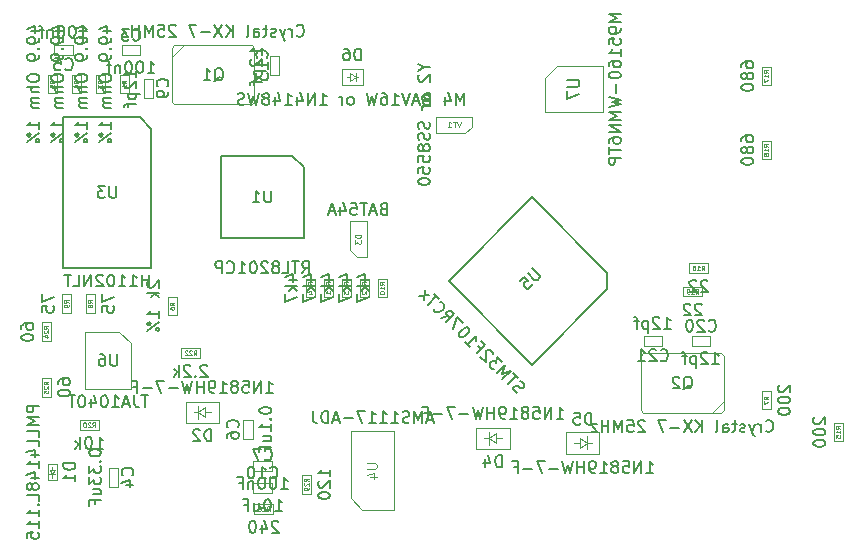
<source format=gbr>
%TF.GenerationSoftware,KiCad,Pcbnew,4.0.7-e2-6376~58~ubuntu16.04.1*%
%TF.CreationDate,2018-02-15T13:13:58+02:00*%
%TF.ProjectId,rover_commander,726F7665725F636F6D6D616E6465722E,rev?*%
%TF.FileFunction,Other,Fab,Bot*%
%FSLAX46Y46*%
G04 Gerber Fmt 4.6, Leading zero omitted, Abs format (unit mm)*
G04 Created by KiCad (PCBNEW 4.0.7-e2-6376~58~ubuntu16.04.1) date Thu Feb 15 13:13:58 2018*
%MOMM*%
%LPD*%
G01*
G04 APERTURE LIST*
%ADD10C,0.100000*%
%ADD11C,0.150000*%
%ADD12C,0.120000*%
%ADD13C,0.075000*%
G04 APERTURE END LIST*
D10*
D11*
X160287961Y-100384893D02*
X153924000Y-94020932D01*
X153924000Y-94020932D02*
X146852932Y-101092000D01*
X146852932Y-101092000D02*
X153924000Y-108163068D01*
X153924000Y-108163068D02*
X160287961Y-101799107D01*
X160287961Y-101799107D02*
X160287961Y-100384893D01*
D10*
X138550000Y-119502000D02*
X139550000Y-120502000D01*
X138550000Y-119502000D02*
X138550000Y-113802000D01*
X139550000Y-120502000D02*
X142250000Y-120502000D01*
X138550000Y-113802000D02*
X142250000Y-113802000D01*
X142250000Y-120502000D02*
X142250000Y-113802000D01*
X120754000Y-81934000D02*
X120754000Y-81134000D01*
X119154000Y-81934000D02*
X120754000Y-81934000D01*
X119154000Y-81134000D02*
X119154000Y-81934000D01*
X120754000Y-81134000D02*
X119154000Y-81134000D01*
X118058000Y-118502000D02*
X118858000Y-118502000D01*
X118058000Y-116902000D02*
X118058000Y-118502000D01*
X118858000Y-116902000D02*
X118058000Y-116902000D01*
X118858000Y-118502000D02*
X118858000Y-116902000D01*
X113439000Y-81134000D02*
X113439000Y-81934000D01*
X115039000Y-81134000D02*
X113439000Y-81134000D01*
X115039000Y-81934000D02*
X115039000Y-81134000D01*
X113439000Y-81934000D02*
X115039000Y-81934000D01*
X130272000Y-112862000D02*
X129472000Y-112862000D01*
X130272000Y-114462000D02*
X130272000Y-112862000D01*
X129472000Y-114462000D02*
X130272000Y-114462000D01*
X129472000Y-112862000D02*
X129472000Y-114462000D01*
X131892000Y-117152000D02*
X131892000Y-116352000D01*
X130292000Y-117152000D02*
X131892000Y-117152000D01*
X130292000Y-116352000D02*
X130292000Y-117152000D01*
X131892000Y-116352000D02*
X130292000Y-116352000D01*
X131892000Y-119000000D02*
X131892000Y-118200000D01*
X130292000Y-119000000D02*
X131892000Y-119000000D01*
X130292000Y-118200000D02*
X130292000Y-119000000D01*
X131892000Y-118200000D02*
X130292000Y-118200000D01*
X169014000Y-106572000D02*
X169014000Y-105772000D01*
X167414000Y-106572000D02*
X169014000Y-106572000D01*
X167414000Y-105772000D02*
X167414000Y-106572000D01*
X169014000Y-105772000D02*
X167414000Y-105772000D01*
X163350000Y-105772000D02*
X163350000Y-106572000D01*
X164950000Y-105772000D02*
X163350000Y-105772000D01*
X164950000Y-106572000D02*
X164950000Y-105772000D01*
X163350000Y-106572000D02*
X164950000Y-106572000D01*
X112884000Y-117914000D02*
X113684000Y-117914000D01*
X112884000Y-116614000D02*
X112884000Y-117914000D01*
X113684000Y-116614000D02*
X112884000Y-116614000D01*
X113684000Y-117914000D02*
X113684000Y-116614000D01*
X113284000Y-117464000D02*
X113509000Y-117064000D01*
X113284000Y-117464000D02*
X113284000Y-117739000D01*
X113059000Y-117064000D02*
X113284000Y-117464000D01*
X113509000Y-117064000D02*
X113059000Y-117064000D01*
X113559000Y-117464000D02*
X113009000Y-117464000D01*
X113284000Y-117064000D02*
X113284000Y-116814000D01*
X138508000Y-98486000D02*
X138508000Y-96036000D01*
X139058000Y-99056000D02*
X139908000Y-99056000D01*
X138508000Y-98486000D02*
X139058000Y-99056000D01*
X139908000Y-99056000D02*
X139908000Y-96016000D01*
X138508000Y-96016000D02*
X139908000Y-96016000D01*
X138484000Y-83820000D02*
X138234000Y-83820000D01*
X138484000Y-84170000D02*
X138984000Y-83820000D01*
X138484000Y-83470000D02*
X138484000Y-84170000D01*
X138984000Y-83820000D02*
X138484000Y-83470000D01*
X138984000Y-83820000D02*
X139184000Y-83820000D01*
X138984000Y-83470000D02*
X138984000Y-84170000D01*
X139584000Y-84520000D02*
X139584000Y-83120000D01*
X137784000Y-84520000D02*
X139584000Y-84520000D01*
X137784000Y-83120000D02*
X137784000Y-84520000D01*
X139584000Y-83120000D02*
X137784000Y-83120000D01*
X118980000Y-85212000D02*
X119780000Y-85212000D01*
X118980000Y-83612000D02*
X118980000Y-85212000D01*
X119780000Y-83612000D02*
X118980000Y-83612000D01*
X119780000Y-85212000D02*
X119780000Y-83612000D01*
X116948000Y-85212000D02*
X117748000Y-85212000D01*
X116948000Y-83612000D02*
X116948000Y-85212000D01*
X117748000Y-83612000D02*
X116948000Y-83612000D01*
X117748000Y-85212000D02*
X117748000Y-83612000D01*
X114916000Y-85212000D02*
X115716000Y-85212000D01*
X114916000Y-83612000D02*
X114916000Y-85212000D01*
X115716000Y-83612000D02*
X114916000Y-83612000D01*
X115716000Y-85212000D02*
X115716000Y-83612000D01*
X112884000Y-85212000D02*
X113684000Y-85212000D01*
X112884000Y-83612000D02*
X112884000Y-85212000D01*
X113684000Y-83612000D02*
X112884000Y-83612000D01*
X113684000Y-85212000D02*
X113684000Y-83612000D01*
X123044000Y-104008000D02*
X123844000Y-104008000D01*
X123044000Y-102408000D02*
X123044000Y-104008000D01*
X123844000Y-102408000D02*
X123044000Y-102408000D01*
X123844000Y-104008000D02*
X123844000Y-102408000D01*
X174136000Y-110368000D02*
X173336000Y-110368000D01*
X174136000Y-111968000D02*
X174136000Y-110368000D01*
X173336000Y-111968000D02*
X174136000Y-111968000D01*
X173336000Y-110368000D02*
X173336000Y-111968000D01*
X116900000Y-102200000D02*
X116100000Y-102200000D01*
X116900000Y-103800000D02*
X116900000Y-102200000D01*
X116100000Y-103800000D02*
X116900000Y-103800000D01*
X116100000Y-102200000D02*
X116100000Y-103800000D01*
X114100000Y-103800000D02*
X114900000Y-103800000D01*
X114100000Y-102200000D02*
X114100000Y-103800000D01*
X114900000Y-102200000D02*
X114100000Y-102200000D01*
X114900000Y-103800000D02*
X114900000Y-102200000D01*
X140824000Y-102484000D02*
X141624000Y-102484000D01*
X140824000Y-100884000D02*
X140824000Y-102484000D01*
X141624000Y-100884000D02*
X140824000Y-100884000D01*
X141624000Y-102484000D02*
X141624000Y-100884000D01*
X136252000Y-102484000D02*
X137052000Y-102484000D01*
X136252000Y-100884000D02*
X136252000Y-102484000D01*
X137052000Y-100884000D02*
X136252000Y-100884000D01*
X137052000Y-102484000D02*
X137052000Y-100884000D01*
X139300000Y-102484000D02*
X140100000Y-102484000D01*
X139300000Y-100884000D02*
X139300000Y-102484000D01*
X140100000Y-100884000D02*
X139300000Y-100884000D01*
X140100000Y-102484000D02*
X140100000Y-100884000D01*
X137776000Y-102484000D02*
X138576000Y-102484000D01*
X137776000Y-100884000D02*
X137776000Y-102484000D01*
X138576000Y-100884000D02*
X137776000Y-100884000D01*
X138576000Y-102484000D02*
X138576000Y-100884000D01*
X134728000Y-102484000D02*
X135528000Y-102484000D01*
X134728000Y-100884000D02*
X134728000Y-102484000D01*
X135528000Y-100884000D02*
X134728000Y-100884000D01*
X135528000Y-102484000D02*
X135528000Y-100884000D01*
X179432000Y-114676000D02*
X180232000Y-114676000D01*
X179432000Y-113076000D02*
X179432000Y-114676000D01*
X180232000Y-113076000D02*
X179432000Y-113076000D01*
X180232000Y-114676000D02*
X180232000Y-113076000D01*
X168800000Y-100400000D02*
X168800000Y-99600000D01*
X167200000Y-100400000D02*
X168800000Y-100400000D01*
X167200000Y-99600000D02*
X167200000Y-100400000D01*
X168800000Y-99600000D02*
X167200000Y-99600000D01*
X173336000Y-84536000D02*
X174136000Y-84536000D01*
X173336000Y-82936000D02*
X173336000Y-84536000D01*
X174136000Y-82936000D02*
X173336000Y-82936000D01*
X174136000Y-84536000D02*
X174136000Y-82936000D01*
X173336000Y-90800000D02*
X174136000Y-90800000D01*
X173336000Y-89200000D02*
X173336000Y-90800000D01*
X174136000Y-89200000D02*
X173336000Y-89200000D01*
X174136000Y-90800000D02*
X174136000Y-89200000D01*
X168300000Y-102400000D02*
X168300000Y-101600000D01*
X166700000Y-102400000D02*
X168300000Y-102400000D01*
X166700000Y-101600000D02*
X166700000Y-102400000D01*
X168300000Y-101600000D02*
X166700000Y-101600000D01*
X117216000Y-113684000D02*
X117216000Y-112884000D01*
X115616000Y-113684000D02*
X117216000Y-113684000D01*
X115616000Y-112884000D02*
X115616000Y-113684000D01*
X117216000Y-112884000D02*
X115616000Y-112884000D01*
X125800000Y-107588000D02*
X125800000Y-106788000D01*
X124200000Y-107588000D02*
X125800000Y-107588000D01*
X124200000Y-106788000D02*
X124200000Y-107588000D01*
X125800000Y-106788000D02*
X124200000Y-106788000D01*
X112376000Y-106200000D02*
X113176000Y-106200000D01*
X112376000Y-104600000D02*
X112376000Y-106200000D01*
X113176000Y-104600000D02*
X112376000Y-104600000D01*
X113176000Y-106200000D02*
X113176000Y-104600000D01*
X113176000Y-109300000D02*
X112376000Y-109300000D01*
X113176000Y-110900000D02*
X113176000Y-109300000D01*
X112376000Y-110900000D02*
X113176000Y-110900000D01*
X112376000Y-109300000D02*
X112376000Y-110900000D01*
D11*
X120684000Y-87199000D02*
X114184000Y-87199000D01*
X114184000Y-87199000D02*
X114184000Y-99999000D01*
X114184000Y-99999000D02*
X121684000Y-99999000D01*
X121684000Y-99999000D02*
X121684000Y-88199000D01*
X121684000Y-88199000D02*
X120684000Y-87199000D01*
D10*
X118966000Y-105373000D02*
X116066000Y-105373000D01*
X116066000Y-105373000D02*
X116066000Y-110273000D01*
X116066000Y-110273000D02*
X119966000Y-110273000D01*
X119966000Y-110273000D02*
X119966000Y-106373000D01*
X119966000Y-106373000D02*
X118966000Y-105373000D01*
X148270000Y-88568000D02*
X145820000Y-88568000D01*
X148840000Y-88018000D02*
X148840000Y-87168000D01*
X148270000Y-88568000D02*
X148840000Y-88018000D01*
X148840000Y-87168000D02*
X145800000Y-87168000D01*
X145800000Y-88568000D02*
X145800000Y-87168000D01*
X121012000Y-85570000D02*
X121812000Y-85570000D01*
X121012000Y-83970000D02*
X121012000Y-85570000D01*
X121812000Y-83970000D02*
X121012000Y-83970000D01*
X121812000Y-85570000D02*
X121812000Y-83970000D01*
X131680000Y-83670000D02*
X132480000Y-83670000D01*
X131680000Y-82070000D02*
X131680000Y-83670000D01*
X132480000Y-82070000D02*
X131680000Y-82070000D01*
X132480000Y-83670000D02*
X132480000Y-82070000D01*
X123602000Y-86146000D02*
X130202000Y-86146000D01*
X130202000Y-86146000D02*
X130402000Y-85946000D01*
X130402000Y-85946000D02*
X130402000Y-81346000D01*
X130402000Y-81346000D02*
X130202000Y-81146000D01*
X130202000Y-81146000D02*
X123602000Y-81146000D01*
X123602000Y-81146000D02*
X123402000Y-81346000D01*
X123402000Y-81346000D02*
X123402000Y-85946000D01*
X123402000Y-85946000D02*
X123602000Y-86146000D01*
X123402000Y-82146000D02*
X124402000Y-81146000D01*
X169924000Y-107228000D02*
X163324000Y-107228000D01*
X163324000Y-107228000D02*
X163124000Y-107428000D01*
X163124000Y-107428000D02*
X163124000Y-112028000D01*
X163124000Y-112028000D02*
X163324000Y-112228000D01*
X163324000Y-112228000D02*
X169924000Y-112228000D01*
X169924000Y-112228000D02*
X170124000Y-112028000D01*
X170124000Y-112028000D02*
X170124000Y-107428000D01*
X170124000Y-107428000D02*
X169924000Y-107228000D01*
X170124000Y-111228000D02*
X169124000Y-112228000D01*
D11*
X133564000Y-90480000D02*
X127564000Y-90480000D01*
X127564000Y-90480000D02*
X127564000Y-97480000D01*
X127564000Y-97480000D02*
X134564000Y-97480000D01*
X134564000Y-97480000D02*
X134564000Y-91480000D01*
X134564000Y-91480000D02*
X133564000Y-90480000D01*
D10*
X126250000Y-112200000D02*
X126750000Y-112200000D01*
X126250000Y-111800000D02*
X125650000Y-112200000D01*
X126250000Y-112600000D02*
X126250000Y-111800000D01*
X125650000Y-112200000D02*
X126250000Y-112600000D01*
X125650000Y-112200000D02*
X125650000Y-111650000D01*
X125650000Y-112200000D02*
X125650000Y-112750000D01*
X125250000Y-112200000D02*
X125650000Y-112200000D01*
X124600000Y-111300000D02*
X124600000Y-113100000D01*
X127400000Y-111300000D02*
X124600000Y-111300000D01*
X127400000Y-113100000D02*
X127400000Y-111300000D01*
X124600000Y-113100000D02*
X127400000Y-113100000D01*
X150850000Y-114400000D02*
X151350000Y-114400000D01*
X150850000Y-114000000D02*
X150250000Y-114400000D01*
X150850000Y-114800000D02*
X150850000Y-114000000D01*
X150250000Y-114400000D02*
X150850000Y-114800000D01*
X150250000Y-114400000D02*
X150250000Y-113850000D01*
X150250000Y-114400000D02*
X150250000Y-114950000D01*
X149850000Y-114400000D02*
X150250000Y-114400000D01*
X149200000Y-113500000D02*
X149200000Y-115300000D01*
X152000000Y-113500000D02*
X149200000Y-113500000D01*
X152000000Y-115300000D02*
X152000000Y-113500000D01*
X149200000Y-115300000D02*
X152000000Y-115300000D01*
X157950000Y-114800000D02*
X157450000Y-114800000D01*
X157950000Y-115200000D02*
X158550000Y-114800000D01*
X157950000Y-114400000D02*
X157950000Y-115200000D01*
X158550000Y-114800000D02*
X157950000Y-114400000D01*
X158550000Y-114800000D02*
X158550000Y-115350000D01*
X158550000Y-114800000D02*
X158550000Y-114250000D01*
X158950000Y-114800000D02*
X158550000Y-114800000D01*
X159600000Y-115700000D02*
X159600000Y-113900000D01*
X156800000Y-115700000D02*
X159600000Y-115700000D01*
X156800000Y-113900000D02*
X156800000Y-115700000D01*
X159600000Y-113900000D02*
X156800000Y-113900000D01*
X132000000Y-120800000D02*
X132000000Y-120000000D01*
X130400000Y-120800000D02*
X132000000Y-120800000D01*
X130400000Y-120000000D02*
X130400000Y-120800000D01*
X132000000Y-120000000D02*
X130400000Y-120000000D01*
X135200000Y-117500000D02*
X134400000Y-117500000D01*
X135200000Y-119100000D02*
X135200000Y-117500000D01*
X134400000Y-119100000D02*
X135200000Y-119100000D01*
X134400000Y-117500000D02*
X134400000Y-119100000D01*
X155006000Y-83878000D02*
X155006000Y-86778000D01*
X155006000Y-86778000D02*
X159906000Y-86778000D01*
X159906000Y-86778000D02*
X159906000Y-82878000D01*
X159906000Y-82878000D02*
X156006000Y-82878000D01*
X156006000Y-82878000D02*
X155006000Y-83878000D01*
D11*
X152671411Y-110594169D02*
X152536724Y-110526826D01*
X152368365Y-110358466D01*
X152334693Y-110257451D01*
X152334693Y-110190108D01*
X152368365Y-110089093D01*
X152435708Y-110021749D01*
X152536723Y-109988077D01*
X152604067Y-109988077D01*
X152705083Y-110021748D01*
X152873442Y-110122764D01*
X152974457Y-110156436D01*
X153041801Y-110156436D01*
X153142816Y-110122764D01*
X153210159Y-110055421D01*
X153243831Y-109954406D01*
X153243831Y-109887062D01*
X153210159Y-109786047D01*
X153041800Y-109617688D01*
X152907113Y-109550344D01*
X152738755Y-109314642D02*
X152334693Y-108910581D01*
X151829617Y-109819719D02*
X152536724Y-109112612D01*
X151391884Y-109381986D02*
X152098991Y-108674879D01*
X151358212Y-108944253D01*
X151627586Y-108203474D01*
X150920480Y-108910581D01*
X151358213Y-107934100D02*
X150920480Y-107496367D01*
X150886809Y-108001444D01*
X150785793Y-107900428D01*
X150684778Y-107866756D01*
X150617434Y-107866756D01*
X150516418Y-107900429D01*
X150348060Y-108068787D01*
X150314388Y-108169802D01*
X150314388Y-108237146D01*
X150348060Y-108338161D01*
X150550091Y-108540192D01*
X150651106Y-108573864D01*
X150718449Y-108573864D01*
X150583762Y-107294337D02*
X150583762Y-107226994D01*
X150550091Y-107125979D01*
X150381731Y-106957619D01*
X150280716Y-106923947D01*
X150213373Y-106923947D01*
X150112358Y-106957619D01*
X150045014Y-107024963D01*
X149977671Y-107159650D01*
X149977671Y-107967772D01*
X149539938Y-107530039D01*
X149371579Y-106620901D02*
X149607282Y-106856604D01*
X149236892Y-107226994D02*
X149943999Y-106519887D01*
X149607281Y-106183169D01*
X148260411Y-106250512D02*
X148664472Y-106654574D01*
X148462442Y-106452543D02*
X149169549Y-105745437D01*
X149135877Y-105913795D01*
X149135877Y-106048482D01*
X149169549Y-106149497D01*
X148529786Y-105105673D02*
X148462441Y-105038329D01*
X148361426Y-105004657D01*
X148294083Y-105004657D01*
X148193068Y-105038329D01*
X148024709Y-105139344D01*
X147856350Y-105307704D01*
X147755335Y-105476062D01*
X147721663Y-105577077D01*
X147721663Y-105644421D01*
X147755335Y-105745436D01*
X147822679Y-105812780D01*
X147923694Y-105846452D01*
X147991037Y-105846452D01*
X148092053Y-105812780D01*
X148260411Y-105711765D01*
X148428770Y-105543406D01*
X148529786Y-105375047D01*
X148563457Y-105274032D01*
X148563457Y-105206688D01*
X148529786Y-105105673D01*
X148058381Y-104634269D02*
X147586976Y-104162864D01*
X147182915Y-105173017D01*
X146206434Y-104196536D02*
X146778855Y-104095520D01*
X146610496Y-104600597D02*
X147317602Y-103893490D01*
X147048228Y-103624116D01*
X146947213Y-103590444D01*
X146879869Y-103590444D01*
X146778854Y-103624116D01*
X146677839Y-103725131D01*
X146644167Y-103826146D01*
X146644167Y-103893489D01*
X146677839Y-103994505D01*
X146947213Y-104263879D01*
X145566671Y-103422085D02*
X145566671Y-103489429D01*
X145634014Y-103624116D01*
X145701358Y-103691459D01*
X145836045Y-103758803D01*
X145970732Y-103758803D01*
X146071747Y-103725131D01*
X146240106Y-103624116D01*
X146341122Y-103523100D01*
X146442137Y-103354742D01*
X146475809Y-103253727D01*
X146475809Y-103119040D01*
X146408464Y-102984352D01*
X146341121Y-102917009D01*
X146206434Y-102849665D01*
X146139091Y-102849665D01*
X146004404Y-102580292D02*
X145600343Y-102176230D01*
X145095267Y-103085368D02*
X145802374Y-102378261D01*
X144724877Y-102714979D02*
X144825892Y-101873184D01*
X145196282Y-102243574D02*
X144354488Y-102344589D01*
X153934102Y-100024606D02*
X154506522Y-100597026D01*
X154540194Y-100698041D01*
X154540194Y-100765384D01*
X154506522Y-100866399D01*
X154371834Y-101001087D01*
X154270819Y-101034759D01*
X154203476Y-101034759D01*
X154102461Y-101001087D01*
X153530041Y-100428667D01*
X152856606Y-101102102D02*
X153193324Y-100765384D01*
X153563712Y-101068430D01*
X153496369Y-101068430D01*
X153395354Y-101102101D01*
X153226995Y-101270461D01*
X153193323Y-101371476D01*
X153193323Y-101438819D01*
X153226995Y-101539835D01*
X153395354Y-101708194D01*
X153496369Y-101741865D01*
X153563712Y-101741865D01*
X153664728Y-101708194D01*
X153833087Y-101539834D01*
X153866759Y-101438819D01*
X153866759Y-101371476D01*
X145519048Y-112818667D02*
X145042857Y-112818667D01*
X145614286Y-113104381D02*
X145280953Y-112104381D01*
X144947619Y-113104381D01*
X144614286Y-113104381D02*
X144614286Y-112104381D01*
X144280952Y-112818667D01*
X143947619Y-112104381D01*
X143947619Y-113104381D01*
X143519048Y-113056762D02*
X143376191Y-113104381D01*
X143138095Y-113104381D01*
X143042857Y-113056762D01*
X142995238Y-113009143D01*
X142947619Y-112913905D01*
X142947619Y-112818667D01*
X142995238Y-112723429D01*
X143042857Y-112675810D01*
X143138095Y-112628190D01*
X143328572Y-112580571D01*
X143423810Y-112532952D01*
X143471429Y-112485333D01*
X143519048Y-112390095D01*
X143519048Y-112294857D01*
X143471429Y-112199619D01*
X143423810Y-112152000D01*
X143328572Y-112104381D01*
X143090476Y-112104381D01*
X142947619Y-112152000D01*
X141995238Y-113104381D02*
X142566667Y-113104381D01*
X142280953Y-113104381D02*
X142280953Y-112104381D01*
X142376191Y-112247238D01*
X142471429Y-112342476D01*
X142566667Y-112390095D01*
X141042857Y-113104381D02*
X141614286Y-113104381D01*
X141328572Y-113104381D02*
X141328572Y-112104381D01*
X141423810Y-112247238D01*
X141519048Y-112342476D01*
X141614286Y-112390095D01*
X140090476Y-113104381D02*
X140661905Y-113104381D01*
X140376191Y-113104381D02*
X140376191Y-112104381D01*
X140471429Y-112247238D01*
X140566667Y-112342476D01*
X140661905Y-112390095D01*
X139757143Y-112104381D02*
X139090476Y-112104381D01*
X139519048Y-113104381D01*
X138709524Y-112723429D02*
X137947619Y-112723429D01*
X137519048Y-112818667D02*
X137042857Y-112818667D01*
X137614286Y-113104381D02*
X137280953Y-112104381D01*
X136947619Y-113104381D01*
X136614286Y-113104381D02*
X136614286Y-112104381D01*
X136376191Y-112104381D01*
X136233333Y-112152000D01*
X136138095Y-112247238D01*
X136090476Y-112342476D01*
X136042857Y-112532952D01*
X136042857Y-112675810D01*
X136090476Y-112866286D01*
X136138095Y-112961524D01*
X136233333Y-113056762D01*
X136376191Y-113104381D01*
X136614286Y-113104381D01*
X135328571Y-112104381D02*
X135328571Y-112818667D01*
X135376191Y-112961524D01*
X135471429Y-113056762D01*
X135614286Y-113104381D01*
X135709524Y-113104381D01*
D12*
X139961905Y-116542476D02*
X140609524Y-116542476D01*
X140685714Y-116580571D01*
X140723810Y-116618667D01*
X140761905Y-116694857D01*
X140761905Y-116847238D01*
X140723810Y-116923429D01*
X140685714Y-116961524D01*
X140609524Y-116999619D01*
X139961905Y-116999619D01*
X140228571Y-117723428D02*
X140761905Y-117723428D01*
X139923810Y-117532952D02*
X140495238Y-117342476D01*
X140495238Y-117837714D01*
D11*
X121358762Y-83486381D02*
X121930191Y-83486381D01*
X121644477Y-83486381D02*
X121644477Y-82486381D01*
X121739715Y-82629238D01*
X121834953Y-82724476D01*
X121930191Y-82772095D01*
X120739715Y-82486381D02*
X120644476Y-82486381D01*
X120549238Y-82534000D01*
X120501619Y-82581619D01*
X120454000Y-82676857D01*
X120406381Y-82867333D01*
X120406381Y-83105429D01*
X120454000Y-83295905D01*
X120501619Y-83391143D01*
X120549238Y-83438762D01*
X120644476Y-83486381D01*
X120739715Y-83486381D01*
X120834953Y-83438762D01*
X120882572Y-83391143D01*
X120930191Y-83295905D01*
X120977810Y-83105429D01*
X120977810Y-82867333D01*
X120930191Y-82676857D01*
X120882572Y-82581619D01*
X120834953Y-82534000D01*
X120739715Y-82486381D01*
X119787334Y-82486381D02*
X119692095Y-82486381D01*
X119596857Y-82534000D01*
X119549238Y-82581619D01*
X119501619Y-82676857D01*
X119454000Y-82867333D01*
X119454000Y-83105429D01*
X119501619Y-83295905D01*
X119549238Y-83391143D01*
X119596857Y-83438762D01*
X119692095Y-83486381D01*
X119787334Y-83486381D01*
X119882572Y-83438762D01*
X119930191Y-83391143D01*
X119977810Y-83295905D01*
X120025429Y-83105429D01*
X120025429Y-82867333D01*
X119977810Y-82676857D01*
X119930191Y-82581619D01*
X119882572Y-82534000D01*
X119787334Y-82486381D01*
X119025429Y-82819714D02*
X119025429Y-83486381D01*
X119025429Y-82914952D02*
X118977810Y-82867333D01*
X118882572Y-82819714D01*
X118739714Y-82819714D01*
X118644476Y-82867333D01*
X118596857Y-82962571D01*
X118596857Y-83486381D01*
X118263524Y-82819714D02*
X117882572Y-82819714D01*
X118120667Y-83486381D02*
X118120667Y-82629238D01*
X118073048Y-82534000D01*
X117977810Y-82486381D01*
X117882572Y-82486381D01*
X120120666Y-80641143D02*
X120168285Y-80688762D01*
X120311142Y-80736381D01*
X120406380Y-80736381D01*
X120549238Y-80688762D01*
X120644476Y-80593524D01*
X120692095Y-80498286D01*
X120739714Y-80307810D01*
X120739714Y-80164952D01*
X120692095Y-79974476D01*
X120644476Y-79879238D01*
X120549238Y-79784000D01*
X120406380Y-79736381D01*
X120311142Y-79736381D01*
X120168285Y-79784000D01*
X120120666Y-79831619D01*
X119787333Y-79736381D02*
X119168285Y-79736381D01*
X119501619Y-80117333D01*
X119358761Y-80117333D01*
X119263523Y-80164952D01*
X119215904Y-80212571D01*
X119168285Y-80307810D01*
X119168285Y-80545905D01*
X119215904Y-80641143D01*
X119263523Y-80688762D01*
X119358761Y-80736381D01*
X119644476Y-80736381D01*
X119739714Y-80688762D01*
X119787333Y-80641143D01*
X116410381Y-115582952D02*
X116410381Y-115678191D01*
X116458000Y-115773429D01*
X116505619Y-115821048D01*
X116600857Y-115868667D01*
X116791333Y-115916286D01*
X117029429Y-115916286D01*
X117219905Y-115868667D01*
X117315143Y-115821048D01*
X117362762Y-115773429D01*
X117410381Y-115678191D01*
X117410381Y-115582952D01*
X117362762Y-115487714D01*
X117315143Y-115440095D01*
X117219905Y-115392476D01*
X117029429Y-115344857D01*
X116791333Y-115344857D01*
X116600857Y-115392476D01*
X116505619Y-115440095D01*
X116458000Y-115487714D01*
X116410381Y-115582952D01*
X117315143Y-116344857D02*
X117362762Y-116392476D01*
X117410381Y-116344857D01*
X117362762Y-116297238D01*
X117315143Y-116344857D01*
X117410381Y-116344857D01*
X116410381Y-116725809D02*
X116410381Y-117344857D01*
X116791333Y-117011523D01*
X116791333Y-117154381D01*
X116838952Y-117249619D01*
X116886571Y-117297238D01*
X116981810Y-117344857D01*
X117219905Y-117344857D01*
X117315143Y-117297238D01*
X117362762Y-117249619D01*
X117410381Y-117154381D01*
X117410381Y-116868666D01*
X117362762Y-116773428D01*
X117315143Y-116725809D01*
X116410381Y-117678190D02*
X116410381Y-118297238D01*
X116791333Y-117963904D01*
X116791333Y-118106762D01*
X116838952Y-118202000D01*
X116886571Y-118249619D01*
X116981810Y-118297238D01*
X117219905Y-118297238D01*
X117315143Y-118249619D01*
X117362762Y-118202000D01*
X117410381Y-118106762D01*
X117410381Y-117821047D01*
X117362762Y-117725809D01*
X117315143Y-117678190D01*
X116743714Y-119154381D02*
X117410381Y-119154381D01*
X116743714Y-118725809D02*
X117267524Y-118725809D01*
X117362762Y-118773428D01*
X117410381Y-118868666D01*
X117410381Y-119011524D01*
X117362762Y-119106762D01*
X117315143Y-119154381D01*
X116886571Y-119963905D02*
X116886571Y-119630571D01*
X117410381Y-119630571D02*
X116410381Y-119630571D01*
X116410381Y-120106762D01*
X120065143Y-117535334D02*
X120112762Y-117487715D01*
X120160381Y-117344858D01*
X120160381Y-117249620D01*
X120112762Y-117106762D01*
X120017524Y-117011524D01*
X119922286Y-116963905D01*
X119731810Y-116916286D01*
X119588952Y-116916286D01*
X119398476Y-116963905D01*
X119303238Y-117011524D01*
X119208000Y-117106762D01*
X119160381Y-117249620D01*
X119160381Y-117344858D01*
X119208000Y-117487715D01*
X119255619Y-117535334D01*
X119493714Y-118392477D02*
X120160381Y-118392477D01*
X119112762Y-118154381D02*
X119827048Y-117916286D01*
X119827048Y-118535334D01*
X115643762Y-80486381D02*
X116215191Y-80486381D01*
X115929477Y-80486381D02*
X115929477Y-79486381D01*
X116024715Y-79629238D01*
X116119953Y-79724476D01*
X116215191Y-79772095D01*
X115024715Y-79486381D02*
X114929476Y-79486381D01*
X114834238Y-79534000D01*
X114786619Y-79581619D01*
X114739000Y-79676857D01*
X114691381Y-79867333D01*
X114691381Y-80105429D01*
X114739000Y-80295905D01*
X114786619Y-80391143D01*
X114834238Y-80438762D01*
X114929476Y-80486381D01*
X115024715Y-80486381D01*
X115119953Y-80438762D01*
X115167572Y-80391143D01*
X115215191Y-80295905D01*
X115262810Y-80105429D01*
X115262810Y-79867333D01*
X115215191Y-79676857D01*
X115167572Y-79581619D01*
X115119953Y-79534000D01*
X115024715Y-79486381D01*
X114072334Y-79486381D02*
X113977095Y-79486381D01*
X113881857Y-79534000D01*
X113834238Y-79581619D01*
X113786619Y-79676857D01*
X113739000Y-79867333D01*
X113739000Y-80105429D01*
X113786619Y-80295905D01*
X113834238Y-80391143D01*
X113881857Y-80438762D01*
X113977095Y-80486381D01*
X114072334Y-80486381D01*
X114167572Y-80438762D01*
X114215191Y-80391143D01*
X114262810Y-80295905D01*
X114310429Y-80105429D01*
X114310429Y-79867333D01*
X114262810Y-79676857D01*
X114215191Y-79581619D01*
X114167572Y-79534000D01*
X114072334Y-79486381D01*
X113310429Y-79819714D02*
X113310429Y-80486381D01*
X113310429Y-79914952D02*
X113262810Y-79867333D01*
X113167572Y-79819714D01*
X113024714Y-79819714D01*
X112929476Y-79867333D01*
X112881857Y-79962571D01*
X112881857Y-80486381D01*
X112548524Y-79819714D02*
X112167572Y-79819714D01*
X112405667Y-80486381D02*
X112405667Y-79629238D01*
X112358048Y-79534000D01*
X112262810Y-79486381D01*
X112167572Y-79486381D01*
X114405666Y-83141143D02*
X114453285Y-83188762D01*
X114596142Y-83236381D01*
X114691380Y-83236381D01*
X114834238Y-83188762D01*
X114929476Y-83093524D01*
X114977095Y-82998286D01*
X115024714Y-82807810D01*
X115024714Y-82664952D01*
X114977095Y-82474476D01*
X114929476Y-82379238D01*
X114834238Y-82284000D01*
X114691380Y-82236381D01*
X114596142Y-82236381D01*
X114453285Y-82284000D01*
X114405666Y-82331619D01*
X113500904Y-82236381D02*
X113977095Y-82236381D01*
X114024714Y-82712571D01*
X113977095Y-82664952D01*
X113881857Y-82617333D01*
X113643761Y-82617333D01*
X113548523Y-82664952D01*
X113500904Y-82712571D01*
X113453285Y-82807810D01*
X113453285Y-83045905D01*
X113500904Y-83141143D01*
X113548523Y-83188762D01*
X113643761Y-83236381D01*
X113881857Y-83236381D01*
X113977095Y-83188762D01*
X114024714Y-83141143D01*
X130824381Y-112019143D02*
X130824381Y-112114382D01*
X130872000Y-112209620D01*
X130919619Y-112257239D01*
X131014857Y-112304858D01*
X131205333Y-112352477D01*
X131443429Y-112352477D01*
X131633905Y-112304858D01*
X131729143Y-112257239D01*
X131776762Y-112209620D01*
X131824381Y-112114382D01*
X131824381Y-112019143D01*
X131776762Y-111923905D01*
X131729143Y-111876286D01*
X131633905Y-111828667D01*
X131443429Y-111781048D01*
X131205333Y-111781048D01*
X131014857Y-111828667D01*
X130919619Y-111876286D01*
X130872000Y-111923905D01*
X130824381Y-112019143D01*
X131729143Y-112781048D02*
X131776762Y-112828667D01*
X131824381Y-112781048D01*
X131776762Y-112733429D01*
X131729143Y-112781048D01*
X131824381Y-112781048D01*
X131824381Y-113781048D02*
X131824381Y-113209619D01*
X131824381Y-113495333D02*
X130824381Y-113495333D01*
X130967238Y-113400095D01*
X131062476Y-113304857D01*
X131110095Y-113209619D01*
X131157714Y-114638191D02*
X131824381Y-114638191D01*
X131157714Y-114209619D02*
X131681524Y-114209619D01*
X131776762Y-114257238D01*
X131824381Y-114352476D01*
X131824381Y-114495334D01*
X131776762Y-114590572D01*
X131729143Y-114638191D01*
X131300571Y-115447715D02*
X131300571Y-115114381D01*
X131824381Y-115114381D02*
X130824381Y-115114381D01*
X130824381Y-115590572D01*
X128979143Y-113495334D02*
X129026762Y-113447715D01*
X129074381Y-113304858D01*
X129074381Y-113209620D01*
X129026762Y-113066762D01*
X128931524Y-112971524D01*
X128836286Y-112923905D01*
X128645810Y-112876286D01*
X128502952Y-112876286D01*
X128312476Y-112923905D01*
X128217238Y-112971524D01*
X128122000Y-113066762D01*
X128074381Y-113209620D01*
X128074381Y-113304858D01*
X128122000Y-113447715D01*
X128169619Y-113495334D01*
X128074381Y-114352477D02*
X128074381Y-114162000D01*
X128122000Y-114066762D01*
X128169619Y-114019143D01*
X128312476Y-113923905D01*
X128502952Y-113876286D01*
X128883905Y-113876286D01*
X128979143Y-113923905D01*
X129026762Y-113971524D01*
X129074381Y-114066762D01*
X129074381Y-114257239D01*
X129026762Y-114352477D01*
X128979143Y-114400096D01*
X128883905Y-114447715D01*
X128645810Y-114447715D01*
X128550571Y-114400096D01*
X128502952Y-114352477D01*
X128455333Y-114257239D01*
X128455333Y-114066762D01*
X128502952Y-113971524D01*
X128550571Y-113923905D01*
X128645810Y-113876286D01*
X132639619Y-118704381D02*
X133211048Y-118704381D01*
X132925334Y-118704381D02*
X132925334Y-117704381D01*
X133020572Y-117847238D01*
X133115810Y-117942476D01*
X133211048Y-117990095D01*
X132020572Y-117704381D02*
X131925333Y-117704381D01*
X131830095Y-117752000D01*
X131782476Y-117799619D01*
X131734857Y-117894857D01*
X131687238Y-118085333D01*
X131687238Y-118323429D01*
X131734857Y-118513905D01*
X131782476Y-118609143D01*
X131830095Y-118656762D01*
X131925333Y-118704381D01*
X132020572Y-118704381D01*
X132115810Y-118656762D01*
X132163429Y-118609143D01*
X132211048Y-118513905D01*
X132258667Y-118323429D01*
X132258667Y-118085333D01*
X132211048Y-117894857D01*
X132163429Y-117799619D01*
X132115810Y-117752000D01*
X132020572Y-117704381D01*
X131068191Y-117704381D02*
X130972952Y-117704381D01*
X130877714Y-117752000D01*
X130830095Y-117799619D01*
X130782476Y-117894857D01*
X130734857Y-118085333D01*
X130734857Y-118323429D01*
X130782476Y-118513905D01*
X130830095Y-118609143D01*
X130877714Y-118656762D01*
X130972952Y-118704381D01*
X131068191Y-118704381D01*
X131163429Y-118656762D01*
X131211048Y-118609143D01*
X131258667Y-118513905D01*
X131306286Y-118323429D01*
X131306286Y-118085333D01*
X131258667Y-117894857D01*
X131211048Y-117799619D01*
X131163429Y-117752000D01*
X131068191Y-117704381D01*
X130306286Y-118037714D02*
X130306286Y-118704381D01*
X130306286Y-118132952D02*
X130258667Y-118085333D01*
X130163429Y-118037714D01*
X130020571Y-118037714D01*
X129925333Y-118085333D01*
X129877714Y-118180571D01*
X129877714Y-118704381D01*
X129068190Y-118180571D02*
X129401524Y-118180571D01*
X129401524Y-118704381D02*
X129401524Y-117704381D01*
X128925333Y-117704381D01*
X131258666Y-116181143D02*
X131306285Y-116228762D01*
X131449142Y-116276381D01*
X131544380Y-116276381D01*
X131687238Y-116228762D01*
X131782476Y-116133524D01*
X131830095Y-116038286D01*
X131877714Y-115847810D01*
X131877714Y-115704952D01*
X131830095Y-115514476D01*
X131782476Y-115419238D01*
X131687238Y-115324000D01*
X131544380Y-115276381D01*
X131449142Y-115276381D01*
X131306285Y-115324000D01*
X131258666Y-115371619D01*
X130925333Y-115276381D02*
X130258666Y-115276381D01*
X130687238Y-116276381D01*
X132163428Y-120552381D02*
X132734857Y-120552381D01*
X132449143Y-120552381D02*
X132449143Y-119552381D01*
X132544381Y-119695238D01*
X132639619Y-119790476D01*
X132734857Y-119838095D01*
X131544381Y-119552381D02*
X131449142Y-119552381D01*
X131353904Y-119600000D01*
X131306285Y-119647619D01*
X131258666Y-119742857D01*
X131211047Y-119933333D01*
X131211047Y-120171429D01*
X131258666Y-120361905D01*
X131306285Y-120457143D01*
X131353904Y-120504762D01*
X131449142Y-120552381D01*
X131544381Y-120552381D01*
X131639619Y-120504762D01*
X131687238Y-120457143D01*
X131734857Y-120361905D01*
X131782476Y-120171429D01*
X131782476Y-119933333D01*
X131734857Y-119742857D01*
X131687238Y-119647619D01*
X131639619Y-119600000D01*
X131544381Y-119552381D01*
X130353904Y-119885714D02*
X130353904Y-120552381D01*
X130782476Y-119885714D02*
X130782476Y-120409524D01*
X130734857Y-120504762D01*
X130639619Y-120552381D01*
X130496761Y-120552381D01*
X130401523Y-120504762D01*
X130353904Y-120457143D01*
X129544380Y-120028571D02*
X129877714Y-120028571D01*
X129877714Y-120552381D02*
X129877714Y-119552381D01*
X129401523Y-119552381D01*
X131734857Y-117707143D02*
X131782476Y-117754762D01*
X131925333Y-117802381D01*
X132020571Y-117802381D01*
X132163429Y-117754762D01*
X132258667Y-117659524D01*
X132306286Y-117564286D01*
X132353905Y-117373810D01*
X132353905Y-117230952D01*
X132306286Y-117040476D01*
X132258667Y-116945238D01*
X132163429Y-116850000D01*
X132020571Y-116802381D01*
X131925333Y-116802381D01*
X131782476Y-116850000D01*
X131734857Y-116897619D01*
X130782476Y-117802381D02*
X131353905Y-117802381D01*
X131068191Y-117802381D02*
X131068191Y-116802381D01*
X131163429Y-116945238D01*
X131258667Y-117040476D01*
X131353905Y-117088095D01*
X130163429Y-116802381D02*
X130068190Y-116802381D01*
X129972952Y-116850000D01*
X129925333Y-116897619D01*
X129877714Y-116992857D01*
X129830095Y-117183333D01*
X129830095Y-117421429D01*
X129877714Y-117611905D01*
X129925333Y-117707143D01*
X129972952Y-117754762D01*
X130068190Y-117802381D01*
X130163429Y-117802381D01*
X130258667Y-117754762D01*
X130306286Y-117707143D01*
X130353905Y-117611905D01*
X130401524Y-117421429D01*
X130401524Y-117183333D01*
X130353905Y-116992857D01*
X130306286Y-116897619D01*
X130258667Y-116850000D01*
X130163429Y-116802381D01*
X169142571Y-108124381D02*
X169714000Y-108124381D01*
X169428286Y-108124381D02*
X169428286Y-107124381D01*
X169523524Y-107267238D01*
X169618762Y-107362476D01*
X169714000Y-107410095D01*
X168761619Y-107219619D02*
X168714000Y-107172000D01*
X168618762Y-107124381D01*
X168380666Y-107124381D01*
X168285428Y-107172000D01*
X168237809Y-107219619D01*
X168190190Y-107314857D01*
X168190190Y-107410095D01*
X168237809Y-107552952D01*
X168809238Y-108124381D01*
X168190190Y-108124381D01*
X167761619Y-107457714D02*
X167761619Y-108457714D01*
X167761619Y-107505333D02*
X167666381Y-107457714D01*
X167475904Y-107457714D01*
X167380666Y-107505333D01*
X167333047Y-107552952D01*
X167285428Y-107648190D01*
X167285428Y-107933905D01*
X167333047Y-108029143D01*
X167380666Y-108076762D01*
X167475904Y-108124381D01*
X167666381Y-108124381D01*
X167761619Y-108076762D01*
X166999714Y-107457714D02*
X166618762Y-107457714D01*
X166856857Y-108124381D02*
X166856857Y-107267238D01*
X166809238Y-107172000D01*
X166714000Y-107124381D01*
X166618762Y-107124381D01*
X168856857Y-105279143D02*
X168904476Y-105326762D01*
X169047333Y-105374381D01*
X169142571Y-105374381D01*
X169285429Y-105326762D01*
X169380667Y-105231524D01*
X169428286Y-105136286D01*
X169475905Y-104945810D01*
X169475905Y-104802952D01*
X169428286Y-104612476D01*
X169380667Y-104517238D01*
X169285429Y-104422000D01*
X169142571Y-104374381D01*
X169047333Y-104374381D01*
X168904476Y-104422000D01*
X168856857Y-104469619D01*
X168475905Y-104469619D02*
X168428286Y-104422000D01*
X168333048Y-104374381D01*
X168094952Y-104374381D01*
X167999714Y-104422000D01*
X167952095Y-104469619D01*
X167904476Y-104564857D01*
X167904476Y-104660095D01*
X167952095Y-104802952D01*
X168523524Y-105374381D01*
X167904476Y-105374381D01*
X167285429Y-104374381D02*
X167190190Y-104374381D01*
X167094952Y-104422000D01*
X167047333Y-104469619D01*
X166999714Y-104564857D01*
X166952095Y-104755333D01*
X166952095Y-104993429D01*
X166999714Y-105183905D01*
X167047333Y-105279143D01*
X167094952Y-105326762D01*
X167190190Y-105374381D01*
X167285429Y-105374381D01*
X167380667Y-105326762D01*
X167428286Y-105279143D01*
X167475905Y-105183905D01*
X167523524Y-104993429D01*
X167523524Y-104755333D01*
X167475905Y-104564857D01*
X167428286Y-104469619D01*
X167380667Y-104422000D01*
X167285429Y-104374381D01*
X165078571Y-105124381D02*
X165650000Y-105124381D01*
X165364286Y-105124381D02*
X165364286Y-104124381D01*
X165459524Y-104267238D01*
X165554762Y-104362476D01*
X165650000Y-104410095D01*
X164697619Y-104219619D02*
X164650000Y-104172000D01*
X164554762Y-104124381D01*
X164316666Y-104124381D01*
X164221428Y-104172000D01*
X164173809Y-104219619D01*
X164126190Y-104314857D01*
X164126190Y-104410095D01*
X164173809Y-104552952D01*
X164745238Y-105124381D01*
X164126190Y-105124381D01*
X163697619Y-104457714D02*
X163697619Y-105457714D01*
X163697619Y-104505333D02*
X163602381Y-104457714D01*
X163411904Y-104457714D01*
X163316666Y-104505333D01*
X163269047Y-104552952D01*
X163221428Y-104648190D01*
X163221428Y-104933905D01*
X163269047Y-105029143D01*
X163316666Y-105076762D01*
X163411904Y-105124381D01*
X163602381Y-105124381D01*
X163697619Y-105076762D01*
X162935714Y-104457714D02*
X162554762Y-104457714D01*
X162792857Y-105124381D02*
X162792857Y-104267238D01*
X162745238Y-104172000D01*
X162650000Y-104124381D01*
X162554762Y-104124381D01*
X164792857Y-107779143D02*
X164840476Y-107826762D01*
X164983333Y-107874381D01*
X165078571Y-107874381D01*
X165221429Y-107826762D01*
X165316667Y-107731524D01*
X165364286Y-107636286D01*
X165411905Y-107445810D01*
X165411905Y-107302952D01*
X165364286Y-107112476D01*
X165316667Y-107017238D01*
X165221429Y-106922000D01*
X165078571Y-106874381D01*
X164983333Y-106874381D01*
X164840476Y-106922000D01*
X164792857Y-106969619D01*
X164411905Y-106969619D02*
X164364286Y-106922000D01*
X164269048Y-106874381D01*
X164030952Y-106874381D01*
X163935714Y-106922000D01*
X163888095Y-106969619D01*
X163840476Y-107064857D01*
X163840476Y-107160095D01*
X163888095Y-107302952D01*
X164459524Y-107874381D01*
X163840476Y-107874381D01*
X162888095Y-107874381D02*
X163459524Y-107874381D01*
X163173810Y-107874381D02*
X163173810Y-106874381D01*
X163269048Y-107017238D01*
X163364286Y-107112476D01*
X163459524Y-107160095D01*
X112136381Y-111644952D02*
X111136381Y-111644952D01*
X111136381Y-112025905D01*
X111184000Y-112121143D01*
X111231619Y-112168762D01*
X111326857Y-112216381D01*
X111469714Y-112216381D01*
X111564952Y-112168762D01*
X111612571Y-112121143D01*
X111660190Y-112025905D01*
X111660190Y-111644952D01*
X112136381Y-112644952D02*
X111136381Y-112644952D01*
X111850667Y-112978286D01*
X111136381Y-113311619D01*
X112136381Y-113311619D01*
X112136381Y-114264000D02*
X112136381Y-113787809D01*
X111136381Y-113787809D01*
X112136381Y-115073524D02*
X112136381Y-114597333D01*
X111136381Y-114597333D01*
X111469714Y-115835429D02*
X112136381Y-115835429D01*
X111088762Y-115597333D02*
X111803048Y-115359238D01*
X111803048Y-115978286D01*
X112136381Y-116883048D02*
X112136381Y-116311619D01*
X112136381Y-116597333D02*
X111136381Y-116597333D01*
X111279238Y-116502095D01*
X111374476Y-116406857D01*
X111422095Y-116311619D01*
X111469714Y-117740191D02*
X112136381Y-117740191D01*
X111088762Y-117502095D02*
X111803048Y-117264000D01*
X111803048Y-117883048D01*
X111564952Y-118406857D02*
X111517333Y-118311619D01*
X111469714Y-118264000D01*
X111374476Y-118216381D01*
X111326857Y-118216381D01*
X111231619Y-118264000D01*
X111184000Y-118311619D01*
X111136381Y-118406857D01*
X111136381Y-118597334D01*
X111184000Y-118692572D01*
X111231619Y-118740191D01*
X111326857Y-118787810D01*
X111374476Y-118787810D01*
X111469714Y-118740191D01*
X111517333Y-118692572D01*
X111564952Y-118597334D01*
X111564952Y-118406857D01*
X111612571Y-118311619D01*
X111660190Y-118264000D01*
X111755429Y-118216381D01*
X111945905Y-118216381D01*
X112041143Y-118264000D01*
X112088762Y-118311619D01*
X112136381Y-118406857D01*
X112136381Y-118597334D01*
X112088762Y-118692572D01*
X112041143Y-118740191D01*
X111945905Y-118787810D01*
X111755429Y-118787810D01*
X111660190Y-118740191D01*
X111612571Y-118692572D01*
X111564952Y-118597334D01*
X112136381Y-119692572D02*
X112136381Y-119216381D01*
X111136381Y-119216381D01*
X112041143Y-120025905D02*
X112088762Y-120073524D01*
X112136381Y-120025905D01*
X112088762Y-119978286D01*
X112041143Y-120025905D01*
X112136381Y-120025905D01*
X112136381Y-121025905D02*
X112136381Y-120454476D01*
X112136381Y-120740190D02*
X111136381Y-120740190D01*
X111279238Y-120644952D01*
X111374476Y-120549714D01*
X111422095Y-120454476D01*
X112136381Y-121978286D02*
X112136381Y-121406857D01*
X112136381Y-121692571D02*
X111136381Y-121692571D01*
X111279238Y-121597333D01*
X111374476Y-121502095D01*
X111422095Y-121406857D01*
X111136381Y-122883048D02*
X111136381Y-122406857D01*
X111612571Y-122359238D01*
X111564952Y-122406857D01*
X111517333Y-122502095D01*
X111517333Y-122740191D01*
X111564952Y-122835429D01*
X111612571Y-122883048D01*
X111707810Y-122930667D01*
X111945905Y-122930667D01*
X112041143Y-122883048D01*
X112088762Y-122835429D01*
X112136381Y-122740191D01*
X112136381Y-122502095D01*
X112088762Y-122406857D01*
X112041143Y-122359238D01*
X115236381Y-116525905D02*
X114236381Y-116525905D01*
X114236381Y-116764000D01*
X114284000Y-116906858D01*
X114379238Y-117002096D01*
X114474476Y-117049715D01*
X114664952Y-117097334D01*
X114807810Y-117097334D01*
X114998286Y-117049715D01*
X115093524Y-117002096D01*
X115188762Y-116906858D01*
X115236381Y-116764000D01*
X115236381Y-116525905D01*
X115236381Y-118049715D02*
X115236381Y-117478286D01*
X115236381Y-117764000D02*
X114236381Y-117764000D01*
X114379238Y-117668762D01*
X114474476Y-117573524D01*
X114522095Y-117478286D01*
X141327047Y-94964571D02*
X141184190Y-95012190D01*
X141136571Y-95059810D01*
X141088952Y-95155048D01*
X141088952Y-95297905D01*
X141136571Y-95393143D01*
X141184190Y-95440762D01*
X141279428Y-95488381D01*
X141660381Y-95488381D01*
X141660381Y-94488381D01*
X141327047Y-94488381D01*
X141231809Y-94536000D01*
X141184190Y-94583619D01*
X141136571Y-94678857D01*
X141136571Y-94774095D01*
X141184190Y-94869333D01*
X141231809Y-94916952D01*
X141327047Y-94964571D01*
X141660381Y-94964571D01*
X140708000Y-95202667D02*
X140231809Y-95202667D01*
X140803238Y-95488381D02*
X140469905Y-94488381D01*
X140136571Y-95488381D01*
X139946095Y-94488381D02*
X139374666Y-94488381D01*
X139660381Y-95488381D02*
X139660381Y-94488381D01*
X138565142Y-94488381D02*
X139041333Y-94488381D01*
X139088952Y-94964571D01*
X139041333Y-94916952D01*
X138946095Y-94869333D01*
X138707999Y-94869333D01*
X138612761Y-94916952D01*
X138565142Y-94964571D01*
X138517523Y-95059810D01*
X138517523Y-95297905D01*
X138565142Y-95393143D01*
X138612761Y-95440762D01*
X138707999Y-95488381D01*
X138946095Y-95488381D01*
X139041333Y-95440762D01*
X139088952Y-95393143D01*
X137660380Y-94821714D02*
X137660380Y-95488381D01*
X137898476Y-94440762D02*
X138136571Y-95155048D01*
X137517523Y-95155048D01*
X137184190Y-95202667D02*
X136707999Y-95202667D01*
X137279428Y-95488381D02*
X136946095Y-94488381D01*
X136612761Y-95488381D01*
D13*
X139434190Y-97166953D02*
X138934190Y-97166953D01*
X138934190Y-97286000D01*
X138958000Y-97357429D01*
X139005619Y-97405048D01*
X139053238Y-97428857D01*
X139148476Y-97452667D01*
X139219905Y-97452667D01*
X139315143Y-97428857D01*
X139362762Y-97405048D01*
X139410381Y-97357429D01*
X139434190Y-97286000D01*
X139434190Y-97166953D01*
X138934190Y-97619334D02*
X138934190Y-97928857D01*
X139124667Y-97762191D01*
X139124667Y-97833619D01*
X139148476Y-97881238D01*
X139172286Y-97905048D01*
X139219905Y-97928857D01*
X139338952Y-97928857D01*
X139386571Y-97905048D01*
X139410381Y-97881238D01*
X139434190Y-97833619D01*
X139434190Y-97690762D01*
X139410381Y-97643143D01*
X139386571Y-97619334D01*
D11*
X148131620Y-86172381D02*
X148131620Y-85172381D01*
X147798286Y-85886667D01*
X147464953Y-85172381D01*
X147464953Y-86172381D01*
X146560191Y-85505714D02*
X146560191Y-86172381D01*
X146798287Y-85124762D02*
X147036382Y-85839048D01*
X146417334Y-85839048D01*
X144941143Y-85648571D02*
X144798286Y-85696190D01*
X144750667Y-85743810D01*
X144703048Y-85839048D01*
X144703048Y-85981905D01*
X144750667Y-86077143D01*
X144798286Y-86124762D01*
X144893524Y-86172381D01*
X145274477Y-86172381D01*
X145274477Y-85172381D01*
X144941143Y-85172381D01*
X144845905Y-85220000D01*
X144798286Y-85267619D01*
X144750667Y-85362857D01*
X144750667Y-85458095D01*
X144798286Y-85553333D01*
X144845905Y-85600952D01*
X144941143Y-85648571D01*
X145274477Y-85648571D01*
X144322096Y-85886667D02*
X143845905Y-85886667D01*
X144417334Y-86172381D02*
X144084001Y-85172381D01*
X143750667Y-86172381D01*
X143560191Y-85172381D02*
X143226858Y-86172381D01*
X142893524Y-85172381D01*
X142036381Y-86172381D02*
X142607810Y-86172381D01*
X142322096Y-86172381D02*
X142322096Y-85172381D01*
X142417334Y-85315238D01*
X142512572Y-85410476D01*
X142607810Y-85458095D01*
X141179238Y-85172381D02*
X141369715Y-85172381D01*
X141464953Y-85220000D01*
X141512572Y-85267619D01*
X141607810Y-85410476D01*
X141655429Y-85600952D01*
X141655429Y-85981905D01*
X141607810Y-86077143D01*
X141560191Y-86124762D01*
X141464953Y-86172381D01*
X141274476Y-86172381D01*
X141179238Y-86124762D01*
X141131619Y-86077143D01*
X141084000Y-85981905D01*
X141084000Y-85743810D01*
X141131619Y-85648571D01*
X141179238Y-85600952D01*
X141274476Y-85553333D01*
X141464953Y-85553333D01*
X141560191Y-85600952D01*
X141607810Y-85648571D01*
X141655429Y-85743810D01*
X140750667Y-85172381D02*
X140512572Y-86172381D01*
X140322095Y-85458095D01*
X140131619Y-86172381D01*
X139893524Y-85172381D01*
X138607810Y-86172381D02*
X138703048Y-86124762D01*
X138750667Y-86077143D01*
X138798286Y-85981905D01*
X138798286Y-85696190D01*
X138750667Y-85600952D01*
X138703048Y-85553333D01*
X138607810Y-85505714D01*
X138464952Y-85505714D01*
X138369714Y-85553333D01*
X138322095Y-85600952D01*
X138274476Y-85696190D01*
X138274476Y-85981905D01*
X138322095Y-86077143D01*
X138369714Y-86124762D01*
X138464952Y-86172381D01*
X138607810Y-86172381D01*
X137845905Y-86172381D02*
X137845905Y-85505714D01*
X137845905Y-85696190D02*
X137798286Y-85600952D01*
X137750667Y-85553333D01*
X137655429Y-85505714D01*
X137560190Y-85505714D01*
X135941142Y-86172381D02*
X136512571Y-86172381D01*
X136226857Y-86172381D02*
X136226857Y-85172381D01*
X136322095Y-85315238D01*
X136417333Y-85410476D01*
X136512571Y-85458095D01*
X135512571Y-86172381D02*
X135512571Y-85172381D01*
X134941142Y-86172381D01*
X134941142Y-85172381D01*
X134036380Y-85505714D02*
X134036380Y-86172381D01*
X134274476Y-85124762D02*
X134512571Y-85839048D01*
X133893523Y-85839048D01*
X132988761Y-86172381D02*
X133560190Y-86172381D01*
X133274476Y-86172381D02*
X133274476Y-85172381D01*
X133369714Y-85315238D01*
X133464952Y-85410476D01*
X133560190Y-85458095D01*
X132131618Y-85505714D02*
X132131618Y-86172381D01*
X132369714Y-85124762D02*
X132607809Y-85839048D01*
X131988761Y-85839048D01*
X131464952Y-85600952D02*
X131560190Y-85553333D01*
X131607809Y-85505714D01*
X131655428Y-85410476D01*
X131655428Y-85362857D01*
X131607809Y-85267619D01*
X131560190Y-85220000D01*
X131464952Y-85172381D01*
X131274475Y-85172381D01*
X131179237Y-85220000D01*
X131131618Y-85267619D01*
X131083999Y-85362857D01*
X131083999Y-85410476D01*
X131131618Y-85505714D01*
X131179237Y-85553333D01*
X131274475Y-85600952D01*
X131464952Y-85600952D01*
X131560190Y-85648571D01*
X131607809Y-85696190D01*
X131655428Y-85791429D01*
X131655428Y-85981905D01*
X131607809Y-86077143D01*
X131560190Y-86124762D01*
X131464952Y-86172381D01*
X131274475Y-86172381D01*
X131179237Y-86124762D01*
X131131618Y-86077143D01*
X131083999Y-85981905D01*
X131083999Y-85791429D01*
X131131618Y-85696190D01*
X131179237Y-85648571D01*
X131274475Y-85600952D01*
X130750666Y-85172381D02*
X130512571Y-86172381D01*
X130322094Y-85458095D01*
X130131618Y-86172381D01*
X129893523Y-85172381D01*
X129560190Y-86124762D02*
X129417333Y-86172381D01*
X129179237Y-86172381D01*
X129083999Y-86124762D01*
X129036380Y-86077143D01*
X128988761Y-85981905D01*
X128988761Y-85886667D01*
X129036380Y-85791429D01*
X129083999Y-85743810D01*
X129179237Y-85696190D01*
X129369714Y-85648571D01*
X129464952Y-85600952D01*
X129512571Y-85553333D01*
X129560190Y-85458095D01*
X129560190Y-85362857D01*
X129512571Y-85267619D01*
X129464952Y-85220000D01*
X129369714Y-85172381D01*
X129131618Y-85172381D01*
X128988761Y-85220000D01*
X139422095Y-82422381D02*
X139422095Y-81422381D01*
X139184000Y-81422381D01*
X139041142Y-81470000D01*
X138945904Y-81565238D01*
X138898285Y-81660476D01*
X138850666Y-81850952D01*
X138850666Y-81993810D01*
X138898285Y-82184286D01*
X138945904Y-82279524D01*
X139041142Y-82374762D01*
X139184000Y-82422381D01*
X139422095Y-82422381D01*
X137993523Y-81422381D02*
X138184000Y-81422381D01*
X138279238Y-81470000D01*
X138326857Y-81517619D01*
X138422095Y-81660476D01*
X138469714Y-81850952D01*
X138469714Y-82231905D01*
X138422095Y-82327143D01*
X138374476Y-82374762D01*
X138279238Y-82422381D01*
X138088761Y-82422381D01*
X137993523Y-82374762D01*
X137945904Y-82327143D01*
X137898285Y-82231905D01*
X137898285Y-81993810D01*
X137945904Y-81898571D01*
X137993523Y-81850952D01*
X138088761Y-81803333D01*
X138279238Y-81803333D01*
X138374476Y-81850952D01*
X138422095Y-81898571D01*
X138469714Y-81993810D01*
X117615714Y-79959620D02*
X118282381Y-79959620D01*
X117234762Y-79721524D02*
X117949048Y-79483429D01*
X117949048Y-80102477D01*
X118282381Y-80531048D02*
X118282381Y-80721524D01*
X118234762Y-80816763D01*
X118187143Y-80864382D01*
X118044286Y-80959620D01*
X117853810Y-81007239D01*
X117472857Y-81007239D01*
X117377619Y-80959620D01*
X117330000Y-80912001D01*
X117282381Y-80816763D01*
X117282381Y-80626286D01*
X117330000Y-80531048D01*
X117377619Y-80483429D01*
X117472857Y-80435810D01*
X117710952Y-80435810D01*
X117806190Y-80483429D01*
X117853810Y-80531048D01*
X117901429Y-80626286D01*
X117901429Y-80816763D01*
X117853810Y-80912001D01*
X117806190Y-80959620D01*
X117710952Y-81007239D01*
X118187143Y-81435810D02*
X118234762Y-81483429D01*
X118282381Y-81435810D01*
X118234762Y-81388191D01*
X118187143Y-81435810D01*
X118282381Y-81435810D01*
X118282381Y-81959619D02*
X118282381Y-82150095D01*
X118234762Y-82245334D01*
X118187143Y-82292953D01*
X118044286Y-82388191D01*
X117853810Y-82435810D01*
X117472857Y-82435810D01*
X117377619Y-82388191D01*
X117330000Y-82340572D01*
X117282381Y-82245334D01*
X117282381Y-82054857D01*
X117330000Y-81959619D01*
X117377619Y-81912000D01*
X117472857Y-81864381D01*
X117710952Y-81864381D01*
X117806190Y-81912000D01*
X117853810Y-81959619D01*
X117901429Y-82054857D01*
X117901429Y-82245334D01*
X117853810Y-82340572D01*
X117806190Y-82388191D01*
X117710952Y-82435810D01*
X117282381Y-83816762D02*
X117282381Y-84007239D01*
X117330000Y-84102477D01*
X117425238Y-84197715D01*
X117615714Y-84245334D01*
X117949048Y-84245334D01*
X118139524Y-84197715D01*
X118234762Y-84102477D01*
X118282381Y-84007239D01*
X118282381Y-83816762D01*
X118234762Y-83721524D01*
X118139524Y-83626286D01*
X117949048Y-83578667D01*
X117615714Y-83578667D01*
X117425238Y-83626286D01*
X117330000Y-83721524D01*
X117282381Y-83816762D01*
X118282381Y-84673905D02*
X117282381Y-84673905D01*
X118282381Y-85102477D02*
X117758571Y-85102477D01*
X117663333Y-85054858D01*
X117615714Y-84959620D01*
X117615714Y-84816762D01*
X117663333Y-84721524D01*
X117710952Y-84673905D01*
X118282381Y-85578667D02*
X117615714Y-85578667D01*
X117710952Y-85578667D02*
X117663333Y-85626286D01*
X117615714Y-85721524D01*
X117615714Y-85864382D01*
X117663333Y-85959620D01*
X117758571Y-86007239D01*
X118282381Y-86007239D01*
X117758571Y-86007239D02*
X117663333Y-86054858D01*
X117615714Y-86150096D01*
X117615714Y-86292953D01*
X117663333Y-86388191D01*
X117758571Y-86435810D01*
X118282381Y-86435810D01*
X118282381Y-88197715D02*
X118282381Y-87626286D01*
X118282381Y-87912000D02*
X117282381Y-87912000D01*
X117425238Y-87816762D01*
X117520476Y-87721524D01*
X117568095Y-87626286D01*
X118282381Y-88578667D02*
X117282381Y-89340572D01*
X117282381Y-88721524D02*
X117330000Y-88816762D01*
X117425238Y-88864381D01*
X117520476Y-88816762D01*
X117568095Y-88721524D01*
X117520476Y-88626286D01*
X117425238Y-88578667D01*
X117330000Y-88626286D01*
X117282381Y-88721524D01*
X118234762Y-89292953D02*
X118139524Y-89340572D01*
X118044286Y-89292953D01*
X117996667Y-89197715D01*
X118044286Y-89102477D01*
X118139524Y-89054858D01*
X118234762Y-89102477D01*
X118282381Y-89197715D01*
X118234762Y-89292953D01*
D13*
X119560952Y-84345334D02*
X119370476Y-84212000D01*
X119560952Y-84116762D02*
X119160952Y-84116762D01*
X119160952Y-84269143D01*
X119180000Y-84307238D01*
X119199048Y-84326286D01*
X119237143Y-84345334D01*
X119294286Y-84345334D01*
X119332381Y-84326286D01*
X119351429Y-84307238D01*
X119370476Y-84269143D01*
X119370476Y-84116762D01*
X119560952Y-84726286D02*
X119560952Y-84497714D01*
X119560952Y-84612000D02*
X119160952Y-84612000D01*
X119218095Y-84573905D01*
X119256190Y-84535810D01*
X119275238Y-84497714D01*
D11*
X115583714Y-79959620D02*
X116250381Y-79959620D01*
X115202762Y-79721524D02*
X115917048Y-79483429D01*
X115917048Y-80102477D01*
X116250381Y-80531048D02*
X116250381Y-80721524D01*
X116202762Y-80816763D01*
X116155143Y-80864382D01*
X116012286Y-80959620D01*
X115821810Y-81007239D01*
X115440857Y-81007239D01*
X115345619Y-80959620D01*
X115298000Y-80912001D01*
X115250381Y-80816763D01*
X115250381Y-80626286D01*
X115298000Y-80531048D01*
X115345619Y-80483429D01*
X115440857Y-80435810D01*
X115678952Y-80435810D01*
X115774190Y-80483429D01*
X115821810Y-80531048D01*
X115869429Y-80626286D01*
X115869429Y-80816763D01*
X115821810Y-80912001D01*
X115774190Y-80959620D01*
X115678952Y-81007239D01*
X116155143Y-81435810D02*
X116202762Y-81483429D01*
X116250381Y-81435810D01*
X116202762Y-81388191D01*
X116155143Y-81435810D01*
X116250381Y-81435810D01*
X116250381Y-81959619D02*
X116250381Y-82150095D01*
X116202762Y-82245334D01*
X116155143Y-82292953D01*
X116012286Y-82388191D01*
X115821810Y-82435810D01*
X115440857Y-82435810D01*
X115345619Y-82388191D01*
X115298000Y-82340572D01*
X115250381Y-82245334D01*
X115250381Y-82054857D01*
X115298000Y-81959619D01*
X115345619Y-81912000D01*
X115440857Y-81864381D01*
X115678952Y-81864381D01*
X115774190Y-81912000D01*
X115821810Y-81959619D01*
X115869429Y-82054857D01*
X115869429Y-82245334D01*
X115821810Y-82340572D01*
X115774190Y-82388191D01*
X115678952Y-82435810D01*
X115250381Y-83816762D02*
X115250381Y-84007239D01*
X115298000Y-84102477D01*
X115393238Y-84197715D01*
X115583714Y-84245334D01*
X115917048Y-84245334D01*
X116107524Y-84197715D01*
X116202762Y-84102477D01*
X116250381Y-84007239D01*
X116250381Y-83816762D01*
X116202762Y-83721524D01*
X116107524Y-83626286D01*
X115917048Y-83578667D01*
X115583714Y-83578667D01*
X115393238Y-83626286D01*
X115298000Y-83721524D01*
X115250381Y-83816762D01*
X116250381Y-84673905D02*
X115250381Y-84673905D01*
X116250381Y-85102477D02*
X115726571Y-85102477D01*
X115631333Y-85054858D01*
X115583714Y-84959620D01*
X115583714Y-84816762D01*
X115631333Y-84721524D01*
X115678952Y-84673905D01*
X116250381Y-85578667D02*
X115583714Y-85578667D01*
X115678952Y-85578667D02*
X115631333Y-85626286D01*
X115583714Y-85721524D01*
X115583714Y-85864382D01*
X115631333Y-85959620D01*
X115726571Y-86007239D01*
X116250381Y-86007239D01*
X115726571Y-86007239D02*
X115631333Y-86054858D01*
X115583714Y-86150096D01*
X115583714Y-86292953D01*
X115631333Y-86388191D01*
X115726571Y-86435810D01*
X116250381Y-86435810D01*
X116250381Y-88197715D02*
X116250381Y-87626286D01*
X116250381Y-87912000D02*
X115250381Y-87912000D01*
X115393238Y-87816762D01*
X115488476Y-87721524D01*
X115536095Y-87626286D01*
X116250381Y-88578667D02*
X115250381Y-89340572D01*
X115250381Y-88721524D02*
X115298000Y-88816762D01*
X115393238Y-88864381D01*
X115488476Y-88816762D01*
X115536095Y-88721524D01*
X115488476Y-88626286D01*
X115393238Y-88578667D01*
X115298000Y-88626286D01*
X115250381Y-88721524D01*
X116202762Y-89292953D02*
X116107524Y-89340572D01*
X116012286Y-89292953D01*
X115964667Y-89197715D01*
X116012286Y-89102477D01*
X116107524Y-89054858D01*
X116202762Y-89102477D01*
X116250381Y-89197715D01*
X116202762Y-89292953D01*
D13*
X117528952Y-84345334D02*
X117338476Y-84212000D01*
X117528952Y-84116762D02*
X117128952Y-84116762D01*
X117128952Y-84269143D01*
X117148000Y-84307238D01*
X117167048Y-84326286D01*
X117205143Y-84345334D01*
X117262286Y-84345334D01*
X117300381Y-84326286D01*
X117319429Y-84307238D01*
X117338476Y-84269143D01*
X117338476Y-84116762D01*
X117128952Y-84478667D02*
X117128952Y-84726286D01*
X117281333Y-84592953D01*
X117281333Y-84650095D01*
X117300381Y-84688191D01*
X117319429Y-84707238D01*
X117357524Y-84726286D01*
X117452762Y-84726286D01*
X117490857Y-84707238D01*
X117509905Y-84688191D01*
X117528952Y-84650095D01*
X117528952Y-84535810D01*
X117509905Y-84497714D01*
X117490857Y-84478667D01*
D11*
X113551714Y-79959620D02*
X114218381Y-79959620D01*
X113170762Y-79721524D02*
X113885048Y-79483429D01*
X113885048Y-80102477D01*
X114218381Y-80531048D02*
X114218381Y-80721524D01*
X114170762Y-80816763D01*
X114123143Y-80864382D01*
X113980286Y-80959620D01*
X113789810Y-81007239D01*
X113408857Y-81007239D01*
X113313619Y-80959620D01*
X113266000Y-80912001D01*
X113218381Y-80816763D01*
X113218381Y-80626286D01*
X113266000Y-80531048D01*
X113313619Y-80483429D01*
X113408857Y-80435810D01*
X113646952Y-80435810D01*
X113742190Y-80483429D01*
X113789810Y-80531048D01*
X113837429Y-80626286D01*
X113837429Y-80816763D01*
X113789810Y-80912001D01*
X113742190Y-80959620D01*
X113646952Y-81007239D01*
X114123143Y-81435810D02*
X114170762Y-81483429D01*
X114218381Y-81435810D01*
X114170762Y-81388191D01*
X114123143Y-81435810D01*
X114218381Y-81435810D01*
X114218381Y-81959619D02*
X114218381Y-82150095D01*
X114170762Y-82245334D01*
X114123143Y-82292953D01*
X113980286Y-82388191D01*
X113789810Y-82435810D01*
X113408857Y-82435810D01*
X113313619Y-82388191D01*
X113266000Y-82340572D01*
X113218381Y-82245334D01*
X113218381Y-82054857D01*
X113266000Y-81959619D01*
X113313619Y-81912000D01*
X113408857Y-81864381D01*
X113646952Y-81864381D01*
X113742190Y-81912000D01*
X113789810Y-81959619D01*
X113837429Y-82054857D01*
X113837429Y-82245334D01*
X113789810Y-82340572D01*
X113742190Y-82388191D01*
X113646952Y-82435810D01*
X113218381Y-83816762D02*
X113218381Y-84007239D01*
X113266000Y-84102477D01*
X113361238Y-84197715D01*
X113551714Y-84245334D01*
X113885048Y-84245334D01*
X114075524Y-84197715D01*
X114170762Y-84102477D01*
X114218381Y-84007239D01*
X114218381Y-83816762D01*
X114170762Y-83721524D01*
X114075524Y-83626286D01*
X113885048Y-83578667D01*
X113551714Y-83578667D01*
X113361238Y-83626286D01*
X113266000Y-83721524D01*
X113218381Y-83816762D01*
X114218381Y-84673905D02*
X113218381Y-84673905D01*
X114218381Y-85102477D02*
X113694571Y-85102477D01*
X113599333Y-85054858D01*
X113551714Y-84959620D01*
X113551714Y-84816762D01*
X113599333Y-84721524D01*
X113646952Y-84673905D01*
X114218381Y-85578667D02*
X113551714Y-85578667D01*
X113646952Y-85578667D02*
X113599333Y-85626286D01*
X113551714Y-85721524D01*
X113551714Y-85864382D01*
X113599333Y-85959620D01*
X113694571Y-86007239D01*
X114218381Y-86007239D01*
X113694571Y-86007239D02*
X113599333Y-86054858D01*
X113551714Y-86150096D01*
X113551714Y-86292953D01*
X113599333Y-86388191D01*
X113694571Y-86435810D01*
X114218381Y-86435810D01*
X114218381Y-88197715D02*
X114218381Y-87626286D01*
X114218381Y-87912000D02*
X113218381Y-87912000D01*
X113361238Y-87816762D01*
X113456476Y-87721524D01*
X113504095Y-87626286D01*
X114218381Y-88578667D02*
X113218381Y-89340572D01*
X113218381Y-88721524D02*
X113266000Y-88816762D01*
X113361238Y-88864381D01*
X113456476Y-88816762D01*
X113504095Y-88721524D01*
X113456476Y-88626286D01*
X113361238Y-88578667D01*
X113266000Y-88626286D01*
X113218381Y-88721524D01*
X114170762Y-89292953D02*
X114075524Y-89340572D01*
X113980286Y-89292953D01*
X113932667Y-89197715D01*
X113980286Y-89102477D01*
X114075524Y-89054858D01*
X114170762Y-89102477D01*
X114218381Y-89197715D01*
X114170762Y-89292953D01*
D13*
X115496952Y-84345334D02*
X115306476Y-84212000D01*
X115496952Y-84116762D02*
X115096952Y-84116762D01*
X115096952Y-84269143D01*
X115116000Y-84307238D01*
X115135048Y-84326286D01*
X115173143Y-84345334D01*
X115230286Y-84345334D01*
X115268381Y-84326286D01*
X115287429Y-84307238D01*
X115306476Y-84269143D01*
X115306476Y-84116762D01*
X115230286Y-84688191D02*
X115496952Y-84688191D01*
X115077905Y-84592953D02*
X115363619Y-84497714D01*
X115363619Y-84745334D01*
D11*
X111519714Y-79959620D02*
X112186381Y-79959620D01*
X111138762Y-79721524D02*
X111853048Y-79483429D01*
X111853048Y-80102477D01*
X112186381Y-80531048D02*
X112186381Y-80721524D01*
X112138762Y-80816763D01*
X112091143Y-80864382D01*
X111948286Y-80959620D01*
X111757810Y-81007239D01*
X111376857Y-81007239D01*
X111281619Y-80959620D01*
X111234000Y-80912001D01*
X111186381Y-80816763D01*
X111186381Y-80626286D01*
X111234000Y-80531048D01*
X111281619Y-80483429D01*
X111376857Y-80435810D01*
X111614952Y-80435810D01*
X111710190Y-80483429D01*
X111757810Y-80531048D01*
X111805429Y-80626286D01*
X111805429Y-80816763D01*
X111757810Y-80912001D01*
X111710190Y-80959620D01*
X111614952Y-81007239D01*
X112091143Y-81435810D02*
X112138762Y-81483429D01*
X112186381Y-81435810D01*
X112138762Y-81388191D01*
X112091143Y-81435810D01*
X112186381Y-81435810D01*
X112186381Y-81959619D02*
X112186381Y-82150095D01*
X112138762Y-82245334D01*
X112091143Y-82292953D01*
X111948286Y-82388191D01*
X111757810Y-82435810D01*
X111376857Y-82435810D01*
X111281619Y-82388191D01*
X111234000Y-82340572D01*
X111186381Y-82245334D01*
X111186381Y-82054857D01*
X111234000Y-81959619D01*
X111281619Y-81912000D01*
X111376857Y-81864381D01*
X111614952Y-81864381D01*
X111710190Y-81912000D01*
X111757810Y-81959619D01*
X111805429Y-82054857D01*
X111805429Y-82245334D01*
X111757810Y-82340572D01*
X111710190Y-82388191D01*
X111614952Y-82435810D01*
X111186381Y-83816762D02*
X111186381Y-84007239D01*
X111234000Y-84102477D01*
X111329238Y-84197715D01*
X111519714Y-84245334D01*
X111853048Y-84245334D01*
X112043524Y-84197715D01*
X112138762Y-84102477D01*
X112186381Y-84007239D01*
X112186381Y-83816762D01*
X112138762Y-83721524D01*
X112043524Y-83626286D01*
X111853048Y-83578667D01*
X111519714Y-83578667D01*
X111329238Y-83626286D01*
X111234000Y-83721524D01*
X111186381Y-83816762D01*
X112186381Y-84673905D02*
X111186381Y-84673905D01*
X112186381Y-85102477D02*
X111662571Y-85102477D01*
X111567333Y-85054858D01*
X111519714Y-84959620D01*
X111519714Y-84816762D01*
X111567333Y-84721524D01*
X111614952Y-84673905D01*
X112186381Y-85578667D02*
X111519714Y-85578667D01*
X111614952Y-85578667D02*
X111567333Y-85626286D01*
X111519714Y-85721524D01*
X111519714Y-85864382D01*
X111567333Y-85959620D01*
X111662571Y-86007239D01*
X112186381Y-86007239D01*
X111662571Y-86007239D02*
X111567333Y-86054858D01*
X111519714Y-86150096D01*
X111519714Y-86292953D01*
X111567333Y-86388191D01*
X111662571Y-86435810D01*
X112186381Y-86435810D01*
X112186381Y-88197715D02*
X112186381Y-87626286D01*
X112186381Y-87912000D02*
X111186381Y-87912000D01*
X111329238Y-87816762D01*
X111424476Y-87721524D01*
X111472095Y-87626286D01*
X112186381Y-88578667D02*
X111186381Y-89340572D01*
X111186381Y-88721524D02*
X111234000Y-88816762D01*
X111329238Y-88864381D01*
X111424476Y-88816762D01*
X111472095Y-88721524D01*
X111424476Y-88626286D01*
X111329238Y-88578667D01*
X111234000Y-88626286D01*
X111186381Y-88721524D01*
X112138762Y-89292953D02*
X112043524Y-89340572D01*
X111948286Y-89292953D01*
X111900667Y-89197715D01*
X111948286Y-89102477D01*
X112043524Y-89054858D01*
X112138762Y-89102477D01*
X112186381Y-89197715D01*
X112138762Y-89292953D01*
D13*
X113464952Y-84345334D02*
X113274476Y-84212000D01*
X113464952Y-84116762D02*
X113064952Y-84116762D01*
X113064952Y-84269143D01*
X113084000Y-84307238D01*
X113103048Y-84326286D01*
X113141143Y-84345334D01*
X113198286Y-84345334D01*
X113236381Y-84326286D01*
X113255429Y-84307238D01*
X113274476Y-84269143D01*
X113274476Y-84116762D01*
X113064952Y-84707238D02*
X113064952Y-84516762D01*
X113255429Y-84497714D01*
X113236381Y-84516762D01*
X113217333Y-84554857D01*
X113217333Y-84650095D01*
X113236381Y-84688191D01*
X113255429Y-84707238D01*
X113293524Y-84726286D01*
X113388762Y-84726286D01*
X113426857Y-84707238D01*
X113445905Y-84688191D01*
X113464952Y-84650095D01*
X113464952Y-84554857D01*
X113445905Y-84516762D01*
X113426857Y-84497714D01*
D11*
X121441619Y-101088952D02*
X121394000Y-101136571D01*
X121346381Y-101231809D01*
X121346381Y-101469905D01*
X121394000Y-101565143D01*
X121441619Y-101612762D01*
X121536857Y-101660381D01*
X121632095Y-101660381D01*
X121774952Y-101612762D01*
X122346381Y-101041333D01*
X122346381Y-101660381D01*
X122346381Y-102088952D02*
X121346381Y-102088952D01*
X121965429Y-102184190D02*
X122346381Y-102469905D01*
X121679714Y-102469905D02*
X122060667Y-102088952D01*
X122346381Y-104184191D02*
X122346381Y-103612762D01*
X122346381Y-103898476D02*
X121346381Y-103898476D01*
X121489238Y-103803238D01*
X121584476Y-103708000D01*
X121632095Y-103612762D01*
X122346381Y-104565143D02*
X121346381Y-105327048D01*
X121346381Y-104708000D02*
X121394000Y-104803238D01*
X121489238Y-104850857D01*
X121584476Y-104803238D01*
X121632095Y-104708000D01*
X121584476Y-104612762D01*
X121489238Y-104565143D01*
X121394000Y-104612762D01*
X121346381Y-104708000D01*
X122298762Y-105279429D02*
X122203524Y-105327048D01*
X122108286Y-105279429D01*
X122060667Y-105184191D01*
X122108286Y-105088953D01*
X122203524Y-105041334D01*
X122298762Y-105088953D01*
X122346381Y-105184191D01*
X122298762Y-105279429D01*
D13*
X123624952Y-103141334D02*
X123434476Y-103008000D01*
X123624952Y-102912762D02*
X123224952Y-102912762D01*
X123224952Y-103065143D01*
X123244000Y-103103238D01*
X123263048Y-103122286D01*
X123301143Y-103141334D01*
X123358286Y-103141334D01*
X123396381Y-103122286D01*
X123415429Y-103103238D01*
X123434476Y-103065143D01*
X123434476Y-102912762D01*
X123224952Y-103484191D02*
X123224952Y-103408000D01*
X123244000Y-103369905D01*
X123263048Y-103350857D01*
X123320190Y-103312762D01*
X123396381Y-103293714D01*
X123548762Y-103293714D01*
X123586857Y-103312762D01*
X123605905Y-103331810D01*
X123624952Y-103369905D01*
X123624952Y-103446095D01*
X123605905Y-103484191D01*
X123586857Y-103503238D01*
X123548762Y-103522286D01*
X123453524Y-103522286D01*
X123415429Y-103503238D01*
X123396381Y-103484191D01*
X123377333Y-103446095D01*
X123377333Y-103369905D01*
X123396381Y-103331810D01*
X123415429Y-103312762D01*
X123453524Y-103293714D01*
D11*
X174833619Y-109929905D02*
X174786000Y-109977524D01*
X174738381Y-110072762D01*
X174738381Y-110310858D01*
X174786000Y-110406096D01*
X174833619Y-110453715D01*
X174928857Y-110501334D01*
X175024095Y-110501334D01*
X175166952Y-110453715D01*
X175738381Y-109882286D01*
X175738381Y-110501334D01*
X174738381Y-111120381D02*
X174738381Y-111215620D01*
X174786000Y-111310858D01*
X174833619Y-111358477D01*
X174928857Y-111406096D01*
X175119333Y-111453715D01*
X175357429Y-111453715D01*
X175547905Y-111406096D01*
X175643143Y-111358477D01*
X175690762Y-111310858D01*
X175738381Y-111215620D01*
X175738381Y-111120381D01*
X175690762Y-111025143D01*
X175643143Y-110977524D01*
X175547905Y-110929905D01*
X175357429Y-110882286D01*
X175119333Y-110882286D01*
X174928857Y-110929905D01*
X174833619Y-110977524D01*
X174786000Y-111025143D01*
X174738381Y-111120381D01*
X174738381Y-112072762D02*
X174738381Y-112168001D01*
X174786000Y-112263239D01*
X174833619Y-112310858D01*
X174928857Y-112358477D01*
X175119333Y-112406096D01*
X175357429Y-112406096D01*
X175547905Y-112358477D01*
X175643143Y-112310858D01*
X175690762Y-112263239D01*
X175738381Y-112168001D01*
X175738381Y-112072762D01*
X175690762Y-111977524D01*
X175643143Y-111929905D01*
X175547905Y-111882286D01*
X175357429Y-111834667D01*
X175119333Y-111834667D01*
X174928857Y-111882286D01*
X174833619Y-111929905D01*
X174786000Y-111977524D01*
X174738381Y-112072762D01*
D13*
X173916952Y-111101334D02*
X173726476Y-110968000D01*
X173916952Y-110872762D02*
X173516952Y-110872762D01*
X173516952Y-111025143D01*
X173536000Y-111063238D01*
X173555048Y-111082286D01*
X173593143Y-111101334D01*
X173650286Y-111101334D01*
X173688381Y-111082286D01*
X173707429Y-111063238D01*
X173726476Y-111025143D01*
X173726476Y-110872762D01*
X173516952Y-111234667D02*
X173516952Y-111501334D01*
X173916952Y-111329905D01*
D11*
X117502381Y-102190476D02*
X117502381Y-102857143D01*
X118502381Y-102428571D01*
X117502381Y-103714286D02*
X117502381Y-103238095D01*
X117978571Y-103190476D01*
X117930952Y-103238095D01*
X117883333Y-103333333D01*
X117883333Y-103571429D01*
X117930952Y-103666667D01*
X117978571Y-103714286D01*
X118073810Y-103761905D01*
X118311905Y-103761905D01*
X118407143Y-103714286D01*
X118454762Y-103666667D01*
X118502381Y-103571429D01*
X118502381Y-103333333D01*
X118454762Y-103238095D01*
X118407143Y-103190476D01*
D13*
X116680952Y-102933334D02*
X116490476Y-102800000D01*
X116680952Y-102704762D02*
X116280952Y-102704762D01*
X116280952Y-102857143D01*
X116300000Y-102895238D01*
X116319048Y-102914286D01*
X116357143Y-102933334D01*
X116414286Y-102933334D01*
X116452381Y-102914286D01*
X116471429Y-102895238D01*
X116490476Y-102857143D01*
X116490476Y-102704762D01*
X116452381Y-103161905D02*
X116433333Y-103123810D01*
X116414286Y-103104762D01*
X116376190Y-103085714D01*
X116357143Y-103085714D01*
X116319048Y-103104762D01*
X116300000Y-103123810D01*
X116280952Y-103161905D01*
X116280952Y-103238095D01*
X116300000Y-103276191D01*
X116319048Y-103295238D01*
X116357143Y-103314286D01*
X116376190Y-103314286D01*
X116414286Y-103295238D01*
X116433333Y-103276191D01*
X116452381Y-103238095D01*
X116452381Y-103161905D01*
X116471429Y-103123810D01*
X116490476Y-103104762D01*
X116528571Y-103085714D01*
X116604762Y-103085714D01*
X116642857Y-103104762D01*
X116661905Y-103123810D01*
X116680952Y-103161905D01*
X116680952Y-103238095D01*
X116661905Y-103276191D01*
X116642857Y-103295238D01*
X116604762Y-103314286D01*
X116528571Y-103314286D01*
X116490476Y-103295238D01*
X116471429Y-103276191D01*
X116452381Y-103238095D01*
D11*
X112402381Y-102190476D02*
X112402381Y-102857143D01*
X113402381Y-102428571D01*
X112402381Y-103714286D02*
X112402381Y-103238095D01*
X112878571Y-103190476D01*
X112830952Y-103238095D01*
X112783333Y-103333333D01*
X112783333Y-103571429D01*
X112830952Y-103666667D01*
X112878571Y-103714286D01*
X112973810Y-103761905D01*
X113211905Y-103761905D01*
X113307143Y-103714286D01*
X113354762Y-103666667D01*
X113402381Y-103571429D01*
X113402381Y-103333333D01*
X113354762Y-103238095D01*
X113307143Y-103190476D01*
D13*
X114680952Y-102933334D02*
X114490476Y-102800000D01*
X114680952Y-102704762D02*
X114280952Y-102704762D01*
X114280952Y-102857143D01*
X114300000Y-102895238D01*
X114319048Y-102914286D01*
X114357143Y-102933334D01*
X114414286Y-102933334D01*
X114452381Y-102914286D01*
X114471429Y-102895238D01*
X114490476Y-102857143D01*
X114490476Y-102704762D01*
X114680952Y-103123810D02*
X114680952Y-103200000D01*
X114661905Y-103238095D01*
X114642857Y-103257143D01*
X114585714Y-103295238D01*
X114509524Y-103314286D01*
X114357143Y-103314286D01*
X114319048Y-103295238D01*
X114300000Y-103276191D01*
X114280952Y-103238095D01*
X114280952Y-103161905D01*
X114300000Y-103123810D01*
X114319048Y-103104762D01*
X114357143Y-103085714D01*
X114452381Y-103085714D01*
X114490476Y-103104762D01*
X114509524Y-103123810D01*
X114528571Y-103161905D01*
X114528571Y-103238095D01*
X114509524Y-103276191D01*
X114490476Y-103295238D01*
X114452381Y-103314286D01*
D11*
X139459714Y-100993524D02*
X140126381Y-100993524D01*
X139078762Y-100755428D02*
X139793048Y-100517333D01*
X139793048Y-101136381D01*
X140126381Y-101517333D02*
X139126381Y-101517333D01*
X139745429Y-101612571D02*
X140126381Y-101898286D01*
X139459714Y-101898286D02*
X139840667Y-101517333D01*
X139126381Y-102231619D02*
X139126381Y-102898286D01*
X140126381Y-102469714D01*
D13*
X141404952Y-101426858D02*
X141214476Y-101293524D01*
X141404952Y-101198286D02*
X141004952Y-101198286D01*
X141004952Y-101350667D01*
X141024000Y-101388762D01*
X141043048Y-101407810D01*
X141081143Y-101426858D01*
X141138286Y-101426858D01*
X141176381Y-101407810D01*
X141195429Y-101388762D01*
X141214476Y-101350667D01*
X141214476Y-101198286D01*
X141404952Y-101807810D02*
X141404952Y-101579238D01*
X141404952Y-101693524D02*
X141004952Y-101693524D01*
X141062095Y-101655429D01*
X141100190Y-101617334D01*
X141119238Y-101579238D01*
X141004952Y-102055429D02*
X141004952Y-102093524D01*
X141024000Y-102131619D01*
X141043048Y-102150667D01*
X141081143Y-102169714D01*
X141157333Y-102188762D01*
X141252571Y-102188762D01*
X141328762Y-102169714D01*
X141366857Y-102150667D01*
X141385905Y-102131619D01*
X141404952Y-102093524D01*
X141404952Y-102055429D01*
X141385905Y-102017333D01*
X141366857Y-101998286D01*
X141328762Y-101979238D01*
X141252571Y-101960190D01*
X141157333Y-101960190D01*
X141081143Y-101979238D01*
X141043048Y-101998286D01*
X141024000Y-102017333D01*
X141004952Y-102055429D01*
D11*
X134887714Y-100993524D02*
X135554381Y-100993524D01*
X134506762Y-100755428D02*
X135221048Y-100517333D01*
X135221048Y-101136381D01*
X135554381Y-101517333D02*
X134554381Y-101517333D01*
X135173429Y-101612571D02*
X135554381Y-101898286D01*
X134887714Y-101898286D02*
X135268667Y-101517333D01*
X134554381Y-102231619D02*
X134554381Y-102898286D01*
X135554381Y-102469714D01*
D13*
X136832952Y-101426858D02*
X136642476Y-101293524D01*
X136832952Y-101198286D02*
X136432952Y-101198286D01*
X136432952Y-101350667D01*
X136452000Y-101388762D01*
X136471048Y-101407810D01*
X136509143Y-101426858D01*
X136566286Y-101426858D01*
X136604381Y-101407810D01*
X136623429Y-101388762D01*
X136642476Y-101350667D01*
X136642476Y-101198286D01*
X136832952Y-101807810D02*
X136832952Y-101579238D01*
X136832952Y-101693524D02*
X136432952Y-101693524D01*
X136490095Y-101655429D01*
X136528190Y-101617334D01*
X136547238Y-101579238D01*
X136832952Y-102188762D02*
X136832952Y-101960190D01*
X136832952Y-102074476D02*
X136432952Y-102074476D01*
X136490095Y-102036381D01*
X136528190Y-101998286D01*
X136547238Y-101960190D01*
D11*
X137935714Y-100993524D02*
X138602381Y-100993524D01*
X137554762Y-100755428D02*
X138269048Y-100517333D01*
X138269048Y-101136381D01*
X138602381Y-101517333D02*
X137602381Y-101517333D01*
X138221429Y-101612571D02*
X138602381Y-101898286D01*
X137935714Y-101898286D02*
X138316667Y-101517333D01*
X137602381Y-102231619D02*
X137602381Y-102898286D01*
X138602381Y-102469714D01*
D13*
X139880952Y-101426858D02*
X139690476Y-101293524D01*
X139880952Y-101198286D02*
X139480952Y-101198286D01*
X139480952Y-101350667D01*
X139500000Y-101388762D01*
X139519048Y-101407810D01*
X139557143Y-101426858D01*
X139614286Y-101426858D01*
X139652381Y-101407810D01*
X139671429Y-101388762D01*
X139690476Y-101350667D01*
X139690476Y-101198286D01*
X139880952Y-101807810D02*
X139880952Y-101579238D01*
X139880952Y-101693524D02*
X139480952Y-101693524D01*
X139538095Y-101655429D01*
X139576190Y-101617334D01*
X139595238Y-101579238D01*
X139519048Y-101960190D02*
X139500000Y-101979238D01*
X139480952Y-102017333D01*
X139480952Y-102112571D01*
X139500000Y-102150667D01*
X139519048Y-102169714D01*
X139557143Y-102188762D01*
X139595238Y-102188762D01*
X139652381Y-102169714D01*
X139880952Y-101941143D01*
X139880952Y-102188762D01*
D11*
X136411714Y-100993524D02*
X137078381Y-100993524D01*
X136030762Y-100755428D02*
X136745048Y-100517333D01*
X136745048Y-101136381D01*
X137078381Y-101517333D02*
X136078381Y-101517333D01*
X136697429Y-101612571D02*
X137078381Y-101898286D01*
X136411714Y-101898286D02*
X136792667Y-101517333D01*
X136078381Y-102231619D02*
X136078381Y-102898286D01*
X137078381Y-102469714D01*
D13*
X138356952Y-101426858D02*
X138166476Y-101293524D01*
X138356952Y-101198286D02*
X137956952Y-101198286D01*
X137956952Y-101350667D01*
X137976000Y-101388762D01*
X137995048Y-101407810D01*
X138033143Y-101426858D01*
X138090286Y-101426858D01*
X138128381Y-101407810D01*
X138147429Y-101388762D01*
X138166476Y-101350667D01*
X138166476Y-101198286D01*
X138356952Y-101807810D02*
X138356952Y-101579238D01*
X138356952Y-101693524D02*
X137956952Y-101693524D01*
X138014095Y-101655429D01*
X138052190Y-101617334D01*
X138071238Y-101579238D01*
X137956952Y-101941143D02*
X137956952Y-102188762D01*
X138109333Y-102055429D01*
X138109333Y-102112571D01*
X138128381Y-102150667D01*
X138147429Y-102169714D01*
X138185524Y-102188762D01*
X138280762Y-102188762D01*
X138318857Y-102169714D01*
X138337905Y-102150667D01*
X138356952Y-102112571D01*
X138356952Y-101998286D01*
X138337905Y-101960190D01*
X138318857Y-101941143D01*
D11*
X133363714Y-100993524D02*
X134030381Y-100993524D01*
X132982762Y-100755428D02*
X133697048Y-100517333D01*
X133697048Y-101136381D01*
X134030381Y-101517333D02*
X133030381Y-101517333D01*
X133649429Y-101612571D02*
X134030381Y-101898286D01*
X133363714Y-101898286D02*
X133744667Y-101517333D01*
X133030381Y-102231619D02*
X133030381Y-102898286D01*
X134030381Y-102469714D01*
D13*
X135308952Y-101426858D02*
X135118476Y-101293524D01*
X135308952Y-101198286D02*
X134908952Y-101198286D01*
X134908952Y-101350667D01*
X134928000Y-101388762D01*
X134947048Y-101407810D01*
X134985143Y-101426858D01*
X135042286Y-101426858D01*
X135080381Y-101407810D01*
X135099429Y-101388762D01*
X135118476Y-101350667D01*
X135118476Y-101198286D01*
X135308952Y-101807810D02*
X135308952Y-101579238D01*
X135308952Y-101693524D02*
X134908952Y-101693524D01*
X134966095Y-101655429D01*
X135004190Y-101617334D01*
X135023238Y-101579238D01*
X135042286Y-102150667D02*
X135308952Y-102150667D01*
X134889905Y-102055429D02*
X135175619Y-101960190D01*
X135175619Y-102207810D01*
D11*
X177829619Y-112637905D02*
X177782000Y-112685524D01*
X177734381Y-112780762D01*
X177734381Y-113018858D01*
X177782000Y-113114096D01*
X177829619Y-113161715D01*
X177924857Y-113209334D01*
X178020095Y-113209334D01*
X178162952Y-113161715D01*
X178734381Y-112590286D01*
X178734381Y-113209334D01*
X177734381Y-113828381D02*
X177734381Y-113923620D01*
X177782000Y-114018858D01*
X177829619Y-114066477D01*
X177924857Y-114114096D01*
X178115333Y-114161715D01*
X178353429Y-114161715D01*
X178543905Y-114114096D01*
X178639143Y-114066477D01*
X178686762Y-114018858D01*
X178734381Y-113923620D01*
X178734381Y-113828381D01*
X178686762Y-113733143D01*
X178639143Y-113685524D01*
X178543905Y-113637905D01*
X178353429Y-113590286D01*
X178115333Y-113590286D01*
X177924857Y-113637905D01*
X177829619Y-113685524D01*
X177782000Y-113733143D01*
X177734381Y-113828381D01*
X177734381Y-114780762D02*
X177734381Y-114876001D01*
X177782000Y-114971239D01*
X177829619Y-115018858D01*
X177924857Y-115066477D01*
X178115333Y-115114096D01*
X178353429Y-115114096D01*
X178543905Y-115066477D01*
X178639143Y-115018858D01*
X178686762Y-114971239D01*
X178734381Y-114876001D01*
X178734381Y-114780762D01*
X178686762Y-114685524D01*
X178639143Y-114637905D01*
X178543905Y-114590286D01*
X178353429Y-114542667D01*
X178115333Y-114542667D01*
X177924857Y-114590286D01*
X177829619Y-114637905D01*
X177782000Y-114685524D01*
X177734381Y-114780762D01*
D13*
X180012952Y-113618858D02*
X179822476Y-113485524D01*
X180012952Y-113390286D02*
X179612952Y-113390286D01*
X179612952Y-113542667D01*
X179632000Y-113580762D01*
X179651048Y-113599810D01*
X179689143Y-113618858D01*
X179746286Y-113618858D01*
X179784381Y-113599810D01*
X179803429Y-113580762D01*
X179822476Y-113542667D01*
X179822476Y-113390286D01*
X180012952Y-113999810D02*
X180012952Y-113771238D01*
X180012952Y-113885524D02*
X179612952Y-113885524D01*
X179670095Y-113847429D01*
X179708190Y-113809334D01*
X179727238Y-113771238D01*
X179612952Y-114361714D02*
X179612952Y-114171238D01*
X179803429Y-114152190D01*
X179784381Y-114171238D01*
X179765333Y-114209333D01*
X179765333Y-114304571D01*
X179784381Y-114342667D01*
X179803429Y-114361714D01*
X179841524Y-114380762D01*
X179936762Y-114380762D01*
X179974857Y-114361714D01*
X179993905Y-114342667D01*
X180012952Y-114304571D01*
X180012952Y-114209333D01*
X179993905Y-114171238D01*
X179974857Y-114152190D01*
D11*
X168761905Y-101097619D02*
X168714286Y-101050000D01*
X168619048Y-101002381D01*
X168380952Y-101002381D01*
X168285714Y-101050000D01*
X168238095Y-101097619D01*
X168190476Y-101192857D01*
X168190476Y-101288095D01*
X168238095Y-101430952D01*
X168809524Y-102002381D01*
X168190476Y-102002381D01*
X167809524Y-101097619D02*
X167761905Y-101050000D01*
X167666667Y-101002381D01*
X167428571Y-101002381D01*
X167333333Y-101050000D01*
X167285714Y-101097619D01*
X167238095Y-101192857D01*
X167238095Y-101288095D01*
X167285714Y-101430952D01*
X167857143Y-102002381D01*
X167238095Y-102002381D01*
D13*
X168257142Y-100180952D02*
X168390476Y-99990476D01*
X168485714Y-100180952D02*
X168485714Y-99780952D01*
X168333333Y-99780952D01*
X168295238Y-99800000D01*
X168276190Y-99819048D01*
X168257142Y-99857143D01*
X168257142Y-99914286D01*
X168276190Y-99952381D01*
X168295238Y-99971429D01*
X168333333Y-99990476D01*
X168485714Y-99990476D01*
X167876190Y-100180952D02*
X168104762Y-100180952D01*
X167990476Y-100180952D02*
X167990476Y-99780952D01*
X168028571Y-99838095D01*
X168066666Y-99876190D01*
X168104762Y-99895238D01*
X167533333Y-99780952D02*
X167609524Y-99780952D01*
X167647619Y-99800000D01*
X167666667Y-99819048D01*
X167704762Y-99876190D01*
X167723810Y-99952381D01*
X167723810Y-100104762D01*
X167704762Y-100142857D01*
X167685714Y-100161905D01*
X167647619Y-100180952D01*
X167571429Y-100180952D01*
X167533333Y-100161905D01*
X167514286Y-100142857D01*
X167495238Y-100104762D01*
X167495238Y-100009524D01*
X167514286Y-99971429D01*
X167533333Y-99952381D01*
X167571429Y-99933333D01*
X167647619Y-99933333D01*
X167685714Y-99952381D01*
X167704762Y-99971429D01*
X167723810Y-100009524D01*
D11*
X171638381Y-82974096D02*
X171638381Y-82783619D01*
X171686000Y-82688381D01*
X171733619Y-82640762D01*
X171876476Y-82545524D01*
X172066952Y-82497905D01*
X172447905Y-82497905D01*
X172543143Y-82545524D01*
X172590762Y-82593143D01*
X172638381Y-82688381D01*
X172638381Y-82878858D01*
X172590762Y-82974096D01*
X172543143Y-83021715D01*
X172447905Y-83069334D01*
X172209810Y-83069334D01*
X172114571Y-83021715D01*
X172066952Y-82974096D01*
X172019333Y-82878858D01*
X172019333Y-82688381D01*
X172066952Y-82593143D01*
X172114571Y-82545524D01*
X172209810Y-82497905D01*
X172066952Y-83640762D02*
X172019333Y-83545524D01*
X171971714Y-83497905D01*
X171876476Y-83450286D01*
X171828857Y-83450286D01*
X171733619Y-83497905D01*
X171686000Y-83545524D01*
X171638381Y-83640762D01*
X171638381Y-83831239D01*
X171686000Y-83926477D01*
X171733619Y-83974096D01*
X171828857Y-84021715D01*
X171876476Y-84021715D01*
X171971714Y-83974096D01*
X172019333Y-83926477D01*
X172066952Y-83831239D01*
X172066952Y-83640762D01*
X172114571Y-83545524D01*
X172162190Y-83497905D01*
X172257429Y-83450286D01*
X172447905Y-83450286D01*
X172543143Y-83497905D01*
X172590762Y-83545524D01*
X172638381Y-83640762D01*
X172638381Y-83831239D01*
X172590762Y-83926477D01*
X172543143Y-83974096D01*
X172447905Y-84021715D01*
X172257429Y-84021715D01*
X172162190Y-83974096D01*
X172114571Y-83926477D01*
X172066952Y-83831239D01*
X171638381Y-84640762D02*
X171638381Y-84736001D01*
X171686000Y-84831239D01*
X171733619Y-84878858D01*
X171828857Y-84926477D01*
X172019333Y-84974096D01*
X172257429Y-84974096D01*
X172447905Y-84926477D01*
X172543143Y-84878858D01*
X172590762Y-84831239D01*
X172638381Y-84736001D01*
X172638381Y-84640762D01*
X172590762Y-84545524D01*
X172543143Y-84497905D01*
X172447905Y-84450286D01*
X172257429Y-84402667D01*
X172019333Y-84402667D01*
X171828857Y-84450286D01*
X171733619Y-84497905D01*
X171686000Y-84545524D01*
X171638381Y-84640762D01*
D13*
X173916952Y-83478858D02*
X173726476Y-83345524D01*
X173916952Y-83250286D02*
X173516952Y-83250286D01*
X173516952Y-83402667D01*
X173536000Y-83440762D01*
X173555048Y-83459810D01*
X173593143Y-83478858D01*
X173650286Y-83478858D01*
X173688381Y-83459810D01*
X173707429Y-83440762D01*
X173726476Y-83402667D01*
X173726476Y-83250286D01*
X173916952Y-83859810D02*
X173916952Y-83631238D01*
X173916952Y-83745524D02*
X173516952Y-83745524D01*
X173574095Y-83707429D01*
X173612190Y-83669334D01*
X173631238Y-83631238D01*
X173516952Y-83993143D02*
X173516952Y-84259810D01*
X173916952Y-84088381D01*
D11*
X171638381Y-89238096D02*
X171638381Y-89047619D01*
X171686000Y-88952381D01*
X171733619Y-88904762D01*
X171876476Y-88809524D01*
X172066952Y-88761905D01*
X172447905Y-88761905D01*
X172543143Y-88809524D01*
X172590762Y-88857143D01*
X172638381Y-88952381D01*
X172638381Y-89142858D01*
X172590762Y-89238096D01*
X172543143Y-89285715D01*
X172447905Y-89333334D01*
X172209810Y-89333334D01*
X172114571Y-89285715D01*
X172066952Y-89238096D01*
X172019333Y-89142858D01*
X172019333Y-88952381D01*
X172066952Y-88857143D01*
X172114571Y-88809524D01*
X172209810Y-88761905D01*
X172066952Y-89904762D02*
X172019333Y-89809524D01*
X171971714Y-89761905D01*
X171876476Y-89714286D01*
X171828857Y-89714286D01*
X171733619Y-89761905D01*
X171686000Y-89809524D01*
X171638381Y-89904762D01*
X171638381Y-90095239D01*
X171686000Y-90190477D01*
X171733619Y-90238096D01*
X171828857Y-90285715D01*
X171876476Y-90285715D01*
X171971714Y-90238096D01*
X172019333Y-90190477D01*
X172066952Y-90095239D01*
X172066952Y-89904762D01*
X172114571Y-89809524D01*
X172162190Y-89761905D01*
X172257429Y-89714286D01*
X172447905Y-89714286D01*
X172543143Y-89761905D01*
X172590762Y-89809524D01*
X172638381Y-89904762D01*
X172638381Y-90095239D01*
X172590762Y-90190477D01*
X172543143Y-90238096D01*
X172447905Y-90285715D01*
X172257429Y-90285715D01*
X172162190Y-90238096D01*
X172114571Y-90190477D01*
X172066952Y-90095239D01*
X171638381Y-90904762D02*
X171638381Y-91000001D01*
X171686000Y-91095239D01*
X171733619Y-91142858D01*
X171828857Y-91190477D01*
X172019333Y-91238096D01*
X172257429Y-91238096D01*
X172447905Y-91190477D01*
X172543143Y-91142858D01*
X172590762Y-91095239D01*
X172638381Y-91000001D01*
X172638381Y-90904762D01*
X172590762Y-90809524D01*
X172543143Y-90761905D01*
X172447905Y-90714286D01*
X172257429Y-90666667D01*
X172019333Y-90666667D01*
X171828857Y-90714286D01*
X171733619Y-90761905D01*
X171686000Y-90809524D01*
X171638381Y-90904762D01*
D13*
X173916952Y-89742858D02*
X173726476Y-89609524D01*
X173916952Y-89514286D02*
X173516952Y-89514286D01*
X173516952Y-89666667D01*
X173536000Y-89704762D01*
X173555048Y-89723810D01*
X173593143Y-89742858D01*
X173650286Y-89742858D01*
X173688381Y-89723810D01*
X173707429Y-89704762D01*
X173726476Y-89666667D01*
X173726476Y-89514286D01*
X173916952Y-90123810D02*
X173916952Y-89895238D01*
X173916952Y-90009524D02*
X173516952Y-90009524D01*
X173574095Y-89971429D01*
X173612190Y-89933334D01*
X173631238Y-89895238D01*
X173688381Y-90352381D02*
X173669333Y-90314286D01*
X173650286Y-90295238D01*
X173612190Y-90276190D01*
X173593143Y-90276190D01*
X173555048Y-90295238D01*
X173536000Y-90314286D01*
X173516952Y-90352381D01*
X173516952Y-90428571D01*
X173536000Y-90466667D01*
X173555048Y-90485714D01*
X173593143Y-90504762D01*
X173612190Y-90504762D01*
X173650286Y-90485714D01*
X173669333Y-90466667D01*
X173688381Y-90428571D01*
X173688381Y-90352381D01*
X173707429Y-90314286D01*
X173726476Y-90295238D01*
X173764571Y-90276190D01*
X173840762Y-90276190D01*
X173878857Y-90295238D01*
X173897905Y-90314286D01*
X173916952Y-90352381D01*
X173916952Y-90428571D01*
X173897905Y-90466667D01*
X173878857Y-90485714D01*
X173840762Y-90504762D01*
X173764571Y-90504762D01*
X173726476Y-90485714D01*
X173707429Y-90466667D01*
X173688381Y-90428571D01*
D11*
X168261905Y-103097619D02*
X168214286Y-103050000D01*
X168119048Y-103002381D01*
X167880952Y-103002381D01*
X167785714Y-103050000D01*
X167738095Y-103097619D01*
X167690476Y-103192857D01*
X167690476Y-103288095D01*
X167738095Y-103430952D01*
X168309524Y-104002381D01*
X167690476Y-104002381D01*
X167309524Y-103097619D02*
X167261905Y-103050000D01*
X167166667Y-103002381D01*
X166928571Y-103002381D01*
X166833333Y-103050000D01*
X166785714Y-103097619D01*
X166738095Y-103192857D01*
X166738095Y-103288095D01*
X166785714Y-103430952D01*
X167357143Y-104002381D01*
X166738095Y-104002381D01*
D13*
X167757142Y-102180952D02*
X167890476Y-101990476D01*
X167985714Y-102180952D02*
X167985714Y-101780952D01*
X167833333Y-101780952D01*
X167795238Y-101800000D01*
X167776190Y-101819048D01*
X167757142Y-101857143D01*
X167757142Y-101914286D01*
X167776190Y-101952381D01*
X167795238Y-101971429D01*
X167833333Y-101990476D01*
X167985714Y-101990476D01*
X167376190Y-102180952D02*
X167604762Y-102180952D01*
X167490476Y-102180952D02*
X167490476Y-101780952D01*
X167528571Y-101838095D01*
X167566666Y-101876190D01*
X167604762Y-101895238D01*
X167185714Y-102180952D02*
X167109524Y-102180952D01*
X167071429Y-102161905D01*
X167052381Y-102142857D01*
X167014286Y-102085714D01*
X166995238Y-102009524D01*
X166995238Y-101857143D01*
X167014286Y-101819048D01*
X167033333Y-101800000D01*
X167071429Y-101780952D01*
X167147619Y-101780952D01*
X167185714Y-101800000D01*
X167204762Y-101819048D01*
X167223810Y-101857143D01*
X167223810Y-101952381D01*
X167204762Y-101990476D01*
X167185714Y-102009524D01*
X167147619Y-102028571D01*
X167071429Y-102028571D01*
X167033333Y-102009524D01*
X167014286Y-101990476D01*
X166995238Y-101952381D01*
D11*
X117011238Y-115286381D02*
X117582667Y-115286381D01*
X117296953Y-115286381D02*
X117296953Y-114286381D01*
X117392191Y-114429238D01*
X117487429Y-114524476D01*
X117582667Y-114572095D01*
X116392191Y-114286381D02*
X116296952Y-114286381D01*
X116201714Y-114334000D01*
X116154095Y-114381619D01*
X116106476Y-114476857D01*
X116058857Y-114667333D01*
X116058857Y-114905429D01*
X116106476Y-115095905D01*
X116154095Y-115191143D01*
X116201714Y-115238762D01*
X116296952Y-115286381D01*
X116392191Y-115286381D01*
X116487429Y-115238762D01*
X116535048Y-115191143D01*
X116582667Y-115095905D01*
X116630286Y-114905429D01*
X116630286Y-114667333D01*
X116582667Y-114476857D01*
X116535048Y-114381619D01*
X116487429Y-114334000D01*
X116392191Y-114286381D01*
X115630286Y-115286381D02*
X115630286Y-114286381D01*
X115535048Y-114905429D02*
X115249333Y-115286381D01*
X115249333Y-114619714D02*
X115630286Y-115000667D01*
D13*
X116673142Y-113464952D02*
X116806476Y-113274476D01*
X116901714Y-113464952D02*
X116901714Y-113064952D01*
X116749333Y-113064952D01*
X116711238Y-113084000D01*
X116692190Y-113103048D01*
X116673142Y-113141143D01*
X116673142Y-113198286D01*
X116692190Y-113236381D01*
X116711238Y-113255429D01*
X116749333Y-113274476D01*
X116901714Y-113274476D01*
X116520762Y-113103048D02*
X116501714Y-113084000D01*
X116463619Y-113064952D01*
X116368381Y-113064952D01*
X116330285Y-113084000D01*
X116311238Y-113103048D01*
X116292190Y-113141143D01*
X116292190Y-113179238D01*
X116311238Y-113236381D01*
X116539809Y-113464952D01*
X116292190Y-113464952D01*
X116044571Y-113064952D02*
X116006476Y-113064952D01*
X115968381Y-113084000D01*
X115949333Y-113103048D01*
X115930286Y-113141143D01*
X115911238Y-113217333D01*
X115911238Y-113312571D01*
X115930286Y-113388762D01*
X115949333Y-113426857D01*
X115968381Y-113445905D01*
X116006476Y-113464952D01*
X116044571Y-113464952D01*
X116082667Y-113445905D01*
X116101714Y-113426857D01*
X116120762Y-113388762D01*
X116139810Y-113312571D01*
X116139810Y-113217333D01*
X116120762Y-113141143D01*
X116101714Y-113103048D01*
X116082667Y-113084000D01*
X116044571Y-113064952D01*
D11*
X126404762Y-108285619D02*
X126357143Y-108238000D01*
X126261905Y-108190381D01*
X126023809Y-108190381D01*
X125928571Y-108238000D01*
X125880952Y-108285619D01*
X125833333Y-108380857D01*
X125833333Y-108476095D01*
X125880952Y-108618952D01*
X126452381Y-109190381D01*
X125833333Y-109190381D01*
X125404762Y-109095143D02*
X125357143Y-109142762D01*
X125404762Y-109190381D01*
X125452381Y-109142762D01*
X125404762Y-109095143D01*
X125404762Y-109190381D01*
X124976191Y-108285619D02*
X124928572Y-108238000D01*
X124833334Y-108190381D01*
X124595238Y-108190381D01*
X124500000Y-108238000D01*
X124452381Y-108285619D01*
X124404762Y-108380857D01*
X124404762Y-108476095D01*
X124452381Y-108618952D01*
X125023810Y-109190381D01*
X124404762Y-109190381D01*
X123976191Y-109190381D02*
X123976191Y-108190381D01*
X123880953Y-108809429D02*
X123595238Y-109190381D01*
X123595238Y-108523714D02*
X123976191Y-108904667D01*
D13*
X125257142Y-107368952D02*
X125390476Y-107178476D01*
X125485714Y-107368952D02*
X125485714Y-106968952D01*
X125333333Y-106968952D01*
X125295238Y-106988000D01*
X125276190Y-107007048D01*
X125257142Y-107045143D01*
X125257142Y-107102286D01*
X125276190Y-107140381D01*
X125295238Y-107159429D01*
X125333333Y-107178476D01*
X125485714Y-107178476D01*
X125104762Y-107007048D02*
X125085714Y-106988000D01*
X125047619Y-106968952D01*
X124952381Y-106968952D01*
X124914285Y-106988000D01*
X124895238Y-107007048D01*
X124876190Y-107045143D01*
X124876190Y-107083238D01*
X124895238Y-107140381D01*
X125123809Y-107368952D01*
X124876190Y-107368952D01*
X124723810Y-107007048D02*
X124704762Y-106988000D01*
X124666667Y-106968952D01*
X124571429Y-106968952D01*
X124533333Y-106988000D01*
X124514286Y-107007048D01*
X124495238Y-107045143D01*
X124495238Y-107083238D01*
X124514286Y-107140381D01*
X124742857Y-107368952D01*
X124495238Y-107368952D01*
D11*
X110678381Y-105114286D02*
X110678381Y-104923809D01*
X110726000Y-104828571D01*
X110773619Y-104780952D01*
X110916476Y-104685714D01*
X111106952Y-104638095D01*
X111487905Y-104638095D01*
X111583143Y-104685714D01*
X111630762Y-104733333D01*
X111678381Y-104828571D01*
X111678381Y-105019048D01*
X111630762Y-105114286D01*
X111583143Y-105161905D01*
X111487905Y-105209524D01*
X111249810Y-105209524D01*
X111154571Y-105161905D01*
X111106952Y-105114286D01*
X111059333Y-105019048D01*
X111059333Y-104828571D01*
X111106952Y-104733333D01*
X111154571Y-104685714D01*
X111249810Y-104638095D01*
X110678381Y-105828571D02*
X110678381Y-105923810D01*
X110726000Y-106019048D01*
X110773619Y-106066667D01*
X110868857Y-106114286D01*
X111059333Y-106161905D01*
X111297429Y-106161905D01*
X111487905Y-106114286D01*
X111583143Y-106066667D01*
X111630762Y-106019048D01*
X111678381Y-105923810D01*
X111678381Y-105828571D01*
X111630762Y-105733333D01*
X111583143Y-105685714D01*
X111487905Y-105638095D01*
X111297429Y-105590476D01*
X111059333Y-105590476D01*
X110868857Y-105638095D01*
X110773619Y-105685714D01*
X110726000Y-105733333D01*
X110678381Y-105828571D01*
D13*
X112956952Y-105142858D02*
X112766476Y-105009524D01*
X112956952Y-104914286D02*
X112556952Y-104914286D01*
X112556952Y-105066667D01*
X112576000Y-105104762D01*
X112595048Y-105123810D01*
X112633143Y-105142858D01*
X112690286Y-105142858D01*
X112728381Y-105123810D01*
X112747429Y-105104762D01*
X112766476Y-105066667D01*
X112766476Y-104914286D01*
X112595048Y-105295238D02*
X112576000Y-105314286D01*
X112556952Y-105352381D01*
X112556952Y-105447619D01*
X112576000Y-105485715D01*
X112595048Y-105504762D01*
X112633143Y-105523810D01*
X112671238Y-105523810D01*
X112728381Y-105504762D01*
X112956952Y-105276191D01*
X112956952Y-105523810D01*
X112690286Y-105866667D02*
X112956952Y-105866667D01*
X112537905Y-105771429D02*
X112823619Y-105676190D01*
X112823619Y-105923810D01*
D11*
X113778381Y-109814286D02*
X113778381Y-109623809D01*
X113826000Y-109528571D01*
X113873619Y-109480952D01*
X114016476Y-109385714D01*
X114206952Y-109338095D01*
X114587905Y-109338095D01*
X114683143Y-109385714D01*
X114730762Y-109433333D01*
X114778381Y-109528571D01*
X114778381Y-109719048D01*
X114730762Y-109814286D01*
X114683143Y-109861905D01*
X114587905Y-109909524D01*
X114349810Y-109909524D01*
X114254571Y-109861905D01*
X114206952Y-109814286D01*
X114159333Y-109719048D01*
X114159333Y-109528571D01*
X114206952Y-109433333D01*
X114254571Y-109385714D01*
X114349810Y-109338095D01*
X113778381Y-110528571D02*
X113778381Y-110623810D01*
X113826000Y-110719048D01*
X113873619Y-110766667D01*
X113968857Y-110814286D01*
X114159333Y-110861905D01*
X114397429Y-110861905D01*
X114587905Y-110814286D01*
X114683143Y-110766667D01*
X114730762Y-110719048D01*
X114778381Y-110623810D01*
X114778381Y-110528571D01*
X114730762Y-110433333D01*
X114683143Y-110385714D01*
X114587905Y-110338095D01*
X114397429Y-110290476D01*
X114159333Y-110290476D01*
X113968857Y-110338095D01*
X113873619Y-110385714D01*
X113826000Y-110433333D01*
X113778381Y-110528571D01*
D13*
X112956952Y-109842858D02*
X112766476Y-109709524D01*
X112956952Y-109614286D02*
X112556952Y-109614286D01*
X112556952Y-109766667D01*
X112576000Y-109804762D01*
X112595048Y-109823810D01*
X112633143Y-109842858D01*
X112690286Y-109842858D01*
X112728381Y-109823810D01*
X112747429Y-109804762D01*
X112766476Y-109766667D01*
X112766476Y-109614286D01*
X112595048Y-109995238D02*
X112576000Y-110014286D01*
X112556952Y-110052381D01*
X112556952Y-110147619D01*
X112576000Y-110185715D01*
X112595048Y-110204762D01*
X112633143Y-110223810D01*
X112671238Y-110223810D01*
X112728381Y-110204762D01*
X112956952Y-109976191D01*
X112956952Y-110223810D01*
X112556952Y-110585714D02*
X112556952Y-110395238D01*
X112747429Y-110376190D01*
X112728381Y-110395238D01*
X112709333Y-110433333D01*
X112709333Y-110528571D01*
X112728381Y-110566667D01*
X112747429Y-110585714D01*
X112785524Y-110604762D01*
X112880762Y-110604762D01*
X112918857Y-110585714D01*
X112937905Y-110566667D01*
X112956952Y-110528571D01*
X112956952Y-110433333D01*
X112937905Y-110395238D01*
X112918857Y-110376190D01*
D11*
X121434000Y-101551381D02*
X121434000Y-100551381D01*
X121434000Y-101027571D02*
X120862571Y-101027571D01*
X120862571Y-101551381D02*
X120862571Y-100551381D01*
X119862571Y-101551381D02*
X120434000Y-101551381D01*
X120148286Y-101551381D02*
X120148286Y-100551381D01*
X120243524Y-100694238D01*
X120338762Y-100789476D01*
X120434000Y-100837095D01*
X118910190Y-101551381D02*
X119481619Y-101551381D01*
X119195905Y-101551381D02*
X119195905Y-100551381D01*
X119291143Y-100694238D01*
X119386381Y-100789476D01*
X119481619Y-100837095D01*
X118291143Y-100551381D02*
X118195904Y-100551381D01*
X118100666Y-100599000D01*
X118053047Y-100646619D01*
X118005428Y-100741857D01*
X117957809Y-100932333D01*
X117957809Y-101170429D01*
X118005428Y-101360905D01*
X118053047Y-101456143D01*
X118100666Y-101503762D01*
X118195904Y-101551381D01*
X118291143Y-101551381D01*
X118386381Y-101503762D01*
X118434000Y-101456143D01*
X118481619Y-101360905D01*
X118529238Y-101170429D01*
X118529238Y-100932333D01*
X118481619Y-100741857D01*
X118434000Y-100646619D01*
X118386381Y-100599000D01*
X118291143Y-100551381D01*
X117576857Y-100646619D02*
X117529238Y-100599000D01*
X117434000Y-100551381D01*
X117195904Y-100551381D01*
X117100666Y-100599000D01*
X117053047Y-100646619D01*
X117005428Y-100741857D01*
X117005428Y-100837095D01*
X117053047Y-100979952D01*
X117624476Y-101551381D01*
X117005428Y-101551381D01*
X116576857Y-101551381D02*
X116576857Y-100551381D01*
X116005428Y-101551381D01*
X116005428Y-100551381D01*
X115053047Y-101551381D02*
X115529238Y-101551381D01*
X115529238Y-100551381D01*
X114862571Y-100551381D02*
X114291142Y-100551381D01*
X114576857Y-101551381D02*
X114576857Y-100551381D01*
X118695905Y-93051381D02*
X118695905Y-93860905D01*
X118648286Y-93956143D01*
X118600667Y-94003762D01*
X118505429Y-94051381D01*
X118314952Y-94051381D01*
X118219714Y-94003762D01*
X118172095Y-93956143D01*
X118124476Y-93860905D01*
X118124476Y-93051381D01*
X117743524Y-93051381D02*
X117124476Y-93051381D01*
X117457810Y-93432333D01*
X117314952Y-93432333D01*
X117219714Y-93479952D01*
X117172095Y-93527571D01*
X117124476Y-93622810D01*
X117124476Y-93860905D01*
X117172095Y-93956143D01*
X117219714Y-94003762D01*
X117314952Y-94051381D01*
X117600667Y-94051381D01*
X117695905Y-94003762D01*
X117743524Y-93956143D01*
X121396953Y-110775381D02*
X120825524Y-110775381D01*
X121111239Y-111775381D02*
X121111239Y-110775381D01*
X120206476Y-110775381D02*
X120206476Y-111489667D01*
X120254096Y-111632524D01*
X120349334Y-111727762D01*
X120492191Y-111775381D01*
X120587429Y-111775381D01*
X119777905Y-111489667D02*
X119301714Y-111489667D01*
X119873143Y-111775381D02*
X119539810Y-110775381D01*
X119206476Y-111775381D01*
X118349333Y-111775381D02*
X118920762Y-111775381D01*
X118635048Y-111775381D02*
X118635048Y-110775381D01*
X118730286Y-110918238D01*
X118825524Y-111013476D01*
X118920762Y-111061095D01*
X117730286Y-110775381D02*
X117635047Y-110775381D01*
X117539809Y-110823000D01*
X117492190Y-110870619D01*
X117444571Y-110965857D01*
X117396952Y-111156333D01*
X117396952Y-111394429D01*
X117444571Y-111584905D01*
X117492190Y-111680143D01*
X117539809Y-111727762D01*
X117635047Y-111775381D01*
X117730286Y-111775381D01*
X117825524Y-111727762D01*
X117873143Y-111680143D01*
X117920762Y-111584905D01*
X117968381Y-111394429D01*
X117968381Y-111156333D01*
X117920762Y-110965857D01*
X117873143Y-110870619D01*
X117825524Y-110823000D01*
X117730286Y-110775381D01*
X116539809Y-111108714D02*
X116539809Y-111775381D01*
X116777905Y-110727762D02*
X117016000Y-111442048D01*
X116396952Y-111442048D01*
X115825524Y-110775381D02*
X115730285Y-110775381D01*
X115635047Y-110823000D01*
X115587428Y-110870619D01*
X115539809Y-110965857D01*
X115492190Y-111156333D01*
X115492190Y-111394429D01*
X115539809Y-111584905D01*
X115587428Y-111680143D01*
X115635047Y-111727762D01*
X115730285Y-111775381D01*
X115825524Y-111775381D01*
X115920762Y-111727762D01*
X115968381Y-111680143D01*
X116016000Y-111584905D01*
X116063619Y-111394429D01*
X116063619Y-111156333D01*
X116016000Y-110965857D01*
X115968381Y-110870619D01*
X115920762Y-110823000D01*
X115825524Y-110775381D01*
X115206476Y-110775381D02*
X114635047Y-110775381D01*
X114920762Y-111775381D02*
X114920762Y-110775381D01*
X118777905Y-107275381D02*
X118777905Y-108084905D01*
X118730286Y-108180143D01*
X118682667Y-108227762D01*
X118587429Y-108275381D01*
X118396952Y-108275381D01*
X118301714Y-108227762D01*
X118254095Y-108180143D01*
X118206476Y-108084905D01*
X118206476Y-107275381D01*
X117301714Y-107275381D02*
X117492191Y-107275381D01*
X117587429Y-107323000D01*
X117635048Y-107370619D01*
X117730286Y-107513476D01*
X117777905Y-107703952D01*
X117777905Y-108084905D01*
X117730286Y-108180143D01*
X117682667Y-108227762D01*
X117587429Y-108275381D01*
X117396952Y-108275381D01*
X117301714Y-108227762D01*
X117254095Y-108180143D01*
X117206476Y-108084905D01*
X117206476Y-107846810D01*
X117254095Y-107751571D01*
X117301714Y-107703952D01*
X117396952Y-107656333D01*
X117587429Y-107656333D01*
X117682667Y-107703952D01*
X117730286Y-107751571D01*
X117777905Y-107846810D01*
X144796190Y-83010856D02*
X145272381Y-83010856D01*
X144272381Y-82677523D02*
X144796190Y-83010856D01*
X144272381Y-83344190D01*
X144367619Y-83629904D02*
X144320000Y-83677523D01*
X144272381Y-83772761D01*
X144272381Y-84010857D01*
X144320000Y-84106095D01*
X144367619Y-84153714D01*
X144462857Y-84201333D01*
X144558095Y-84201333D01*
X144700952Y-84153714D01*
X145272381Y-83582285D01*
X145272381Y-84201333D01*
X145272381Y-85534666D02*
X145224762Y-85439428D01*
X145177143Y-85391809D01*
X145081905Y-85344190D01*
X144796190Y-85344190D01*
X144700952Y-85391809D01*
X144653333Y-85439428D01*
X144605714Y-85534666D01*
X144605714Y-85677524D01*
X144653333Y-85772762D01*
X144700952Y-85820381D01*
X144796190Y-85868000D01*
X145081905Y-85868000D01*
X145177143Y-85820381D01*
X145224762Y-85772762D01*
X145272381Y-85677524D01*
X145272381Y-85534666D01*
X145272381Y-86296571D02*
X144605714Y-86296571D01*
X144796190Y-86296571D02*
X144700952Y-86344190D01*
X144653333Y-86391809D01*
X144605714Y-86487047D01*
X144605714Y-86582286D01*
X145224762Y-87629905D02*
X145272381Y-87772762D01*
X145272381Y-88010858D01*
X145224762Y-88106096D01*
X145177143Y-88153715D01*
X145081905Y-88201334D01*
X144986667Y-88201334D01*
X144891429Y-88153715D01*
X144843810Y-88106096D01*
X144796190Y-88010858D01*
X144748571Y-87820381D01*
X144700952Y-87725143D01*
X144653333Y-87677524D01*
X144558095Y-87629905D01*
X144462857Y-87629905D01*
X144367619Y-87677524D01*
X144320000Y-87725143D01*
X144272381Y-87820381D01*
X144272381Y-88058477D01*
X144320000Y-88201334D01*
X145224762Y-88582286D02*
X145272381Y-88725143D01*
X145272381Y-88963239D01*
X145224762Y-89058477D01*
X145177143Y-89106096D01*
X145081905Y-89153715D01*
X144986667Y-89153715D01*
X144891429Y-89106096D01*
X144843810Y-89058477D01*
X144796190Y-88963239D01*
X144748571Y-88772762D01*
X144700952Y-88677524D01*
X144653333Y-88629905D01*
X144558095Y-88582286D01*
X144462857Y-88582286D01*
X144367619Y-88629905D01*
X144320000Y-88677524D01*
X144272381Y-88772762D01*
X144272381Y-89010858D01*
X144320000Y-89153715D01*
X144700952Y-89725143D02*
X144653333Y-89629905D01*
X144605714Y-89582286D01*
X144510476Y-89534667D01*
X144462857Y-89534667D01*
X144367619Y-89582286D01*
X144320000Y-89629905D01*
X144272381Y-89725143D01*
X144272381Y-89915620D01*
X144320000Y-90010858D01*
X144367619Y-90058477D01*
X144462857Y-90106096D01*
X144510476Y-90106096D01*
X144605714Y-90058477D01*
X144653333Y-90010858D01*
X144700952Y-89915620D01*
X144700952Y-89725143D01*
X144748571Y-89629905D01*
X144796190Y-89582286D01*
X144891429Y-89534667D01*
X145081905Y-89534667D01*
X145177143Y-89582286D01*
X145224762Y-89629905D01*
X145272381Y-89725143D01*
X145272381Y-89915620D01*
X145224762Y-90010858D01*
X145177143Y-90058477D01*
X145081905Y-90106096D01*
X144891429Y-90106096D01*
X144796190Y-90058477D01*
X144748571Y-90010858D01*
X144700952Y-89915620D01*
X144272381Y-91010858D02*
X144272381Y-90534667D01*
X144748571Y-90487048D01*
X144700952Y-90534667D01*
X144653333Y-90629905D01*
X144653333Y-90868001D01*
X144700952Y-90963239D01*
X144748571Y-91010858D01*
X144843810Y-91058477D01*
X145081905Y-91058477D01*
X145177143Y-91010858D01*
X145224762Y-90963239D01*
X145272381Y-90868001D01*
X145272381Y-90629905D01*
X145224762Y-90534667D01*
X145177143Y-90487048D01*
X144272381Y-91963239D02*
X144272381Y-91487048D01*
X144748571Y-91439429D01*
X144700952Y-91487048D01*
X144653333Y-91582286D01*
X144653333Y-91820382D01*
X144700952Y-91915620D01*
X144748571Y-91963239D01*
X144843810Y-92010858D01*
X145081905Y-92010858D01*
X145177143Y-91963239D01*
X145224762Y-91915620D01*
X145272381Y-91820382D01*
X145272381Y-91582286D01*
X145224762Y-91487048D01*
X145177143Y-91439429D01*
X144272381Y-92629905D02*
X144272381Y-92725144D01*
X144320000Y-92820382D01*
X144367619Y-92868001D01*
X144462857Y-92915620D01*
X144653333Y-92963239D01*
X144891429Y-92963239D01*
X145081905Y-92915620D01*
X145177143Y-92868001D01*
X145224762Y-92820382D01*
X145272381Y-92725144D01*
X145272381Y-92629905D01*
X145224762Y-92534667D01*
X145177143Y-92487048D01*
X145081905Y-92439429D01*
X144891429Y-92391810D01*
X144653333Y-92391810D01*
X144462857Y-92439429D01*
X144367619Y-92487048D01*
X144320000Y-92534667D01*
X144272381Y-92629905D01*
D13*
X147915237Y-87594190D02*
X147748570Y-88094190D01*
X147581904Y-87594190D01*
X147486666Y-87594190D02*
X147200952Y-87594190D01*
X147343809Y-88094190D02*
X147343809Y-87594190D01*
X146772381Y-88094190D02*
X147058095Y-88094190D01*
X146915238Y-88094190D02*
X146915238Y-87594190D01*
X146962857Y-87665619D01*
X147010476Y-87713238D01*
X147058095Y-87737048D01*
D11*
X120364381Y-83841429D02*
X120364381Y-83270000D01*
X120364381Y-83555714D02*
X119364381Y-83555714D01*
X119507238Y-83460476D01*
X119602476Y-83365238D01*
X119650095Y-83270000D01*
X119459619Y-84222381D02*
X119412000Y-84270000D01*
X119364381Y-84365238D01*
X119364381Y-84603334D01*
X119412000Y-84698572D01*
X119459619Y-84746191D01*
X119554857Y-84793810D01*
X119650095Y-84793810D01*
X119792952Y-84746191D01*
X120364381Y-84174762D01*
X120364381Y-84793810D01*
X119697714Y-85222381D02*
X120697714Y-85222381D01*
X119745333Y-85222381D02*
X119697714Y-85317619D01*
X119697714Y-85508096D01*
X119745333Y-85603334D01*
X119792952Y-85650953D01*
X119888190Y-85698572D01*
X120173905Y-85698572D01*
X120269143Y-85650953D01*
X120316762Y-85603334D01*
X120364381Y-85508096D01*
X120364381Y-85317619D01*
X120316762Y-85222381D01*
X119697714Y-85984286D02*
X119697714Y-86365238D01*
X120364381Y-86127143D02*
X119507238Y-86127143D01*
X119412000Y-86174762D01*
X119364381Y-86270000D01*
X119364381Y-86365238D01*
X123019143Y-84603334D02*
X123066762Y-84555715D01*
X123114381Y-84412858D01*
X123114381Y-84317620D01*
X123066762Y-84174762D01*
X122971524Y-84079524D01*
X122876286Y-84031905D01*
X122685810Y-83984286D01*
X122542952Y-83984286D01*
X122352476Y-84031905D01*
X122257238Y-84079524D01*
X122162000Y-84174762D01*
X122114381Y-84317620D01*
X122114381Y-84412858D01*
X122162000Y-84555715D01*
X122209619Y-84603334D01*
X123114381Y-85079524D02*
X123114381Y-85270000D01*
X123066762Y-85365239D01*
X123019143Y-85412858D01*
X122876286Y-85508096D01*
X122685810Y-85555715D01*
X122304857Y-85555715D01*
X122209619Y-85508096D01*
X122162000Y-85460477D01*
X122114381Y-85365239D01*
X122114381Y-85174762D01*
X122162000Y-85079524D01*
X122209619Y-85031905D01*
X122304857Y-84984286D01*
X122542952Y-84984286D01*
X122638190Y-85031905D01*
X122685810Y-85079524D01*
X122733429Y-85174762D01*
X122733429Y-85365239D01*
X122685810Y-85460477D01*
X122638190Y-85508096D01*
X122542952Y-85555715D01*
X131032381Y-81941429D02*
X131032381Y-81370000D01*
X131032381Y-81655714D02*
X130032381Y-81655714D01*
X130175238Y-81560476D01*
X130270476Y-81465238D01*
X130318095Y-81370000D01*
X130127619Y-82322381D02*
X130080000Y-82370000D01*
X130032381Y-82465238D01*
X130032381Y-82703334D01*
X130080000Y-82798572D01*
X130127619Y-82846191D01*
X130222857Y-82893810D01*
X130318095Y-82893810D01*
X130460952Y-82846191D01*
X131032381Y-82274762D01*
X131032381Y-82893810D01*
X130365714Y-83322381D02*
X131365714Y-83322381D01*
X130413333Y-83322381D02*
X130365714Y-83417619D01*
X130365714Y-83608096D01*
X130413333Y-83703334D01*
X130460952Y-83750953D01*
X130556190Y-83798572D01*
X130841905Y-83798572D01*
X130937143Y-83750953D01*
X130984762Y-83703334D01*
X131032381Y-83608096D01*
X131032381Y-83417619D01*
X130984762Y-83322381D01*
X130365714Y-84084286D02*
X130365714Y-84465238D01*
X131032381Y-84227143D02*
X130175238Y-84227143D01*
X130080000Y-84274762D01*
X130032381Y-84370000D01*
X130032381Y-84465238D01*
X131437143Y-82177143D02*
X131484762Y-82129524D01*
X131532381Y-81986667D01*
X131532381Y-81891429D01*
X131484762Y-81748571D01*
X131389524Y-81653333D01*
X131294286Y-81605714D01*
X131103810Y-81558095D01*
X130960952Y-81558095D01*
X130770476Y-81605714D01*
X130675238Y-81653333D01*
X130580000Y-81748571D01*
X130532381Y-81891429D01*
X130532381Y-81986667D01*
X130580000Y-82129524D01*
X130627619Y-82177143D01*
X131532381Y-83129524D02*
X131532381Y-82558095D01*
X131532381Y-82843809D02*
X130532381Y-82843809D01*
X130675238Y-82748571D01*
X130770476Y-82653333D01*
X130818095Y-82558095D01*
X130532381Y-83462857D02*
X130532381Y-84081905D01*
X130913333Y-83748571D01*
X130913333Y-83891429D01*
X130960952Y-83986667D01*
X131008571Y-84034286D01*
X131103810Y-84081905D01*
X131341905Y-84081905D01*
X131437143Y-84034286D01*
X131484762Y-83986667D01*
X131532381Y-83891429D01*
X131532381Y-83605714D01*
X131484762Y-83510476D01*
X131437143Y-83462857D01*
X133973429Y-80303143D02*
X134021048Y-80350762D01*
X134163905Y-80398381D01*
X134259143Y-80398381D01*
X134402001Y-80350762D01*
X134497239Y-80255524D01*
X134544858Y-80160286D01*
X134592477Y-79969810D01*
X134592477Y-79826952D01*
X134544858Y-79636476D01*
X134497239Y-79541238D01*
X134402001Y-79446000D01*
X134259143Y-79398381D01*
X134163905Y-79398381D01*
X134021048Y-79446000D01*
X133973429Y-79493619D01*
X133544858Y-80398381D02*
X133544858Y-79731714D01*
X133544858Y-79922190D02*
X133497239Y-79826952D01*
X133449620Y-79779333D01*
X133354382Y-79731714D01*
X133259143Y-79731714D01*
X133021048Y-79731714D02*
X132782953Y-80398381D01*
X132544857Y-79731714D02*
X132782953Y-80398381D01*
X132878191Y-80636476D01*
X132925810Y-80684095D01*
X133021048Y-80731714D01*
X132211524Y-80350762D02*
X132116286Y-80398381D01*
X131925810Y-80398381D01*
X131830571Y-80350762D01*
X131782952Y-80255524D01*
X131782952Y-80207905D01*
X131830571Y-80112667D01*
X131925810Y-80065048D01*
X132068667Y-80065048D01*
X132163905Y-80017429D01*
X132211524Y-79922190D01*
X132211524Y-79874571D01*
X132163905Y-79779333D01*
X132068667Y-79731714D01*
X131925810Y-79731714D01*
X131830571Y-79779333D01*
X131497238Y-79731714D02*
X131116286Y-79731714D01*
X131354381Y-79398381D02*
X131354381Y-80255524D01*
X131306762Y-80350762D01*
X131211524Y-80398381D01*
X131116286Y-80398381D01*
X130354380Y-80398381D02*
X130354380Y-79874571D01*
X130401999Y-79779333D01*
X130497237Y-79731714D01*
X130687714Y-79731714D01*
X130782952Y-79779333D01*
X130354380Y-80350762D02*
X130449618Y-80398381D01*
X130687714Y-80398381D01*
X130782952Y-80350762D01*
X130830571Y-80255524D01*
X130830571Y-80160286D01*
X130782952Y-80065048D01*
X130687714Y-80017429D01*
X130449618Y-80017429D01*
X130354380Y-79969810D01*
X129735333Y-80398381D02*
X129830571Y-80350762D01*
X129878190Y-80255524D01*
X129878190Y-79398381D01*
X128592475Y-80398381D02*
X128592475Y-79398381D01*
X128021046Y-80398381D02*
X128449618Y-79826952D01*
X128021046Y-79398381D02*
X128592475Y-79969810D01*
X127687713Y-79398381D02*
X127021046Y-80398381D01*
X127021046Y-79398381D02*
X127687713Y-80398381D01*
X126640094Y-80017429D02*
X125878189Y-80017429D01*
X125497237Y-79398381D02*
X124830570Y-79398381D01*
X125259142Y-80398381D01*
X123735332Y-79493619D02*
X123687713Y-79446000D01*
X123592475Y-79398381D01*
X123354379Y-79398381D01*
X123259141Y-79446000D01*
X123211522Y-79493619D01*
X123163903Y-79588857D01*
X123163903Y-79684095D01*
X123211522Y-79826952D01*
X123782951Y-80398381D01*
X123163903Y-80398381D01*
X122259141Y-79398381D02*
X122735332Y-79398381D01*
X122782951Y-79874571D01*
X122735332Y-79826952D01*
X122640094Y-79779333D01*
X122401998Y-79779333D01*
X122306760Y-79826952D01*
X122259141Y-79874571D01*
X122211522Y-79969810D01*
X122211522Y-80207905D01*
X122259141Y-80303143D01*
X122306760Y-80350762D01*
X122401998Y-80398381D01*
X122640094Y-80398381D01*
X122735332Y-80350762D01*
X122782951Y-80303143D01*
X121782951Y-80398381D02*
X121782951Y-79398381D01*
X121449617Y-80112667D01*
X121116284Y-79398381D01*
X121116284Y-80398381D01*
X120640094Y-80398381D02*
X120640094Y-79398381D01*
X120640094Y-79874571D02*
X120068665Y-79874571D01*
X120068665Y-80398381D02*
X120068665Y-79398381D01*
X119687713Y-79731714D02*
X119163903Y-79731714D01*
X119687713Y-80398381D01*
X119163903Y-80398381D01*
X126997238Y-84193619D02*
X127092476Y-84146000D01*
X127187714Y-84050762D01*
X127330571Y-83907905D01*
X127425810Y-83860286D01*
X127521048Y-83860286D01*
X127473429Y-84098381D02*
X127568667Y-84050762D01*
X127663905Y-83955524D01*
X127711524Y-83765048D01*
X127711524Y-83431714D01*
X127663905Y-83241238D01*
X127568667Y-83146000D01*
X127473429Y-83098381D01*
X127282952Y-83098381D01*
X127187714Y-83146000D01*
X127092476Y-83241238D01*
X127044857Y-83431714D01*
X127044857Y-83765048D01*
X127092476Y-83955524D01*
X127187714Y-84050762D01*
X127282952Y-84098381D01*
X127473429Y-84098381D01*
X126092476Y-84098381D02*
X126663905Y-84098381D01*
X126378191Y-84098381D02*
X126378191Y-83098381D01*
X126473429Y-83241238D01*
X126568667Y-83336476D01*
X126663905Y-83384095D01*
X173695429Y-113785143D02*
X173743048Y-113832762D01*
X173885905Y-113880381D01*
X173981143Y-113880381D01*
X174124001Y-113832762D01*
X174219239Y-113737524D01*
X174266858Y-113642286D01*
X174314477Y-113451810D01*
X174314477Y-113308952D01*
X174266858Y-113118476D01*
X174219239Y-113023238D01*
X174124001Y-112928000D01*
X173981143Y-112880381D01*
X173885905Y-112880381D01*
X173743048Y-112928000D01*
X173695429Y-112975619D01*
X173266858Y-113880381D02*
X173266858Y-113213714D01*
X173266858Y-113404190D02*
X173219239Y-113308952D01*
X173171620Y-113261333D01*
X173076382Y-113213714D01*
X172981143Y-113213714D01*
X172743048Y-113213714D02*
X172504953Y-113880381D01*
X172266857Y-113213714D02*
X172504953Y-113880381D01*
X172600191Y-114118476D01*
X172647810Y-114166095D01*
X172743048Y-114213714D01*
X171933524Y-113832762D02*
X171838286Y-113880381D01*
X171647810Y-113880381D01*
X171552571Y-113832762D01*
X171504952Y-113737524D01*
X171504952Y-113689905D01*
X171552571Y-113594667D01*
X171647810Y-113547048D01*
X171790667Y-113547048D01*
X171885905Y-113499429D01*
X171933524Y-113404190D01*
X171933524Y-113356571D01*
X171885905Y-113261333D01*
X171790667Y-113213714D01*
X171647810Y-113213714D01*
X171552571Y-113261333D01*
X171219238Y-113213714D02*
X170838286Y-113213714D01*
X171076381Y-112880381D02*
X171076381Y-113737524D01*
X171028762Y-113832762D01*
X170933524Y-113880381D01*
X170838286Y-113880381D01*
X170076380Y-113880381D02*
X170076380Y-113356571D01*
X170123999Y-113261333D01*
X170219237Y-113213714D01*
X170409714Y-113213714D01*
X170504952Y-113261333D01*
X170076380Y-113832762D02*
X170171618Y-113880381D01*
X170409714Y-113880381D01*
X170504952Y-113832762D01*
X170552571Y-113737524D01*
X170552571Y-113642286D01*
X170504952Y-113547048D01*
X170409714Y-113499429D01*
X170171618Y-113499429D01*
X170076380Y-113451810D01*
X169457333Y-113880381D02*
X169552571Y-113832762D01*
X169600190Y-113737524D01*
X169600190Y-112880381D01*
X168314475Y-113880381D02*
X168314475Y-112880381D01*
X167743046Y-113880381D02*
X168171618Y-113308952D01*
X167743046Y-112880381D02*
X168314475Y-113451810D01*
X167409713Y-112880381D02*
X166743046Y-113880381D01*
X166743046Y-112880381D02*
X167409713Y-113880381D01*
X166362094Y-113499429D02*
X165600189Y-113499429D01*
X165219237Y-112880381D02*
X164552570Y-112880381D01*
X164981142Y-113880381D01*
X163457332Y-112975619D02*
X163409713Y-112928000D01*
X163314475Y-112880381D01*
X163076379Y-112880381D01*
X162981141Y-112928000D01*
X162933522Y-112975619D01*
X162885903Y-113070857D01*
X162885903Y-113166095D01*
X162933522Y-113308952D01*
X163504951Y-113880381D01*
X162885903Y-113880381D01*
X161981141Y-112880381D02*
X162457332Y-112880381D01*
X162504951Y-113356571D01*
X162457332Y-113308952D01*
X162362094Y-113261333D01*
X162123998Y-113261333D01*
X162028760Y-113308952D01*
X161981141Y-113356571D01*
X161933522Y-113451810D01*
X161933522Y-113689905D01*
X161981141Y-113785143D01*
X162028760Y-113832762D01*
X162123998Y-113880381D01*
X162362094Y-113880381D01*
X162457332Y-113832762D01*
X162504951Y-113785143D01*
X161504951Y-113880381D02*
X161504951Y-112880381D01*
X161171617Y-113594667D01*
X160838284Y-112880381D01*
X160838284Y-113880381D01*
X160362094Y-113880381D02*
X160362094Y-112880381D01*
X160362094Y-113356571D02*
X159790665Y-113356571D01*
X159790665Y-113880381D02*
X159790665Y-112880381D01*
X159409713Y-113213714D02*
X158885903Y-113213714D01*
X159409713Y-113880381D01*
X158885903Y-113880381D01*
X166719238Y-110275619D02*
X166814476Y-110228000D01*
X166909714Y-110132762D01*
X167052571Y-109989905D01*
X167147810Y-109942286D01*
X167243048Y-109942286D01*
X167195429Y-110180381D02*
X167290667Y-110132762D01*
X167385905Y-110037524D01*
X167433524Y-109847048D01*
X167433524Y-109513714D01*
X167385905Y-109323238D01*
X167290667Y-109228000D01*
X167195429Y-109180381D01*
X167004952Y-109180381D01*
X166909714Y-109228000D01*
X166814476Y-109323238D01*
X166766857Y-109513714D01*
X166766857Y-109847048D01*
X166814476Y-110037524D01*
X166909714Y-110132762D01*
X167004952Y-110180381D01*
X167195429Y-110180381D01*
X166385905Y-109275619D02*
X166338286Y-109228000D01*
X166243048Y-109180381D01*
X166004952Y-109180381D01*
X165909714Y-109228000D01*
X165862095Y-109275619D01*
X165814476Y-109370857D01*
X165814476Y-109466095D01*
X165862095Y-109608952D01*
X166433524Y-110180381D01*
X165814476Y-110180381D01*
X134444952Y-100432381D02*
X134778286Y-99956190D01*
X135016381Y-100432381D02*
X135016381Y-99432381D01*
X134635428Y-99432381D01*
X134540190Y-99480000D01*
X134492571Y-99527619D01*
X134444952Y-99622857D01*
X134444952Y-99765714D01*
X134492571Y-99860952D01*
X134540190Y-99908571D01*
X134635428Y-99956190D01*
X135016381Y-99956190D01*
X134159238Y-99432381D02*
X133587809Y-99432381D01*
X133873524Y-100432381D02*
X133873524Y-99432381D01*
X132778285Y-100432381D02*
X133254476Y-100432381D01*
X133254476Y-99432381D01*
X132302095Y-99860952D02*
X132397333Y-99813333D01*
X132444952Y-99765714D01*
X132492571Y-99670476D01*
X132492571Y-99622857D01*
X132444952Y-99527619D01*
X132397333Y-99480000D01*
X132302095Y-99432381D01*
X132111618Y-99432381D01*
X132016380Y-99480000D01*
X131968761Y-99527619D01*
X131921142Y-99622857D01*
X131921142Y-99670476D01*
X131968761Y-99765714D01*
X132016380Y-99813333D01*
X132111618Y-99860952D01*
X132302095Y-99860952D01*
X132397333Y-99908571D01*
X132444952Y-99956190D01*
X132492571Y-100051429D01*
X132492571Y-100241905D01*
X132444952Y-100337143D01*
X132397333Y-100384762D01*
X132302095Y-100432381D01*
X132111618Y-100432381D01*
X132016380Y-100384762D01*
X131968761Y-100337143D01*
X131921142Y-100241905D01*
X131921142Y-100051429D01*
X131968761Y-99956190D01*
X132016380Y-99908571D01*
X132111618Y-99860952D01*
X131540190Y-99527619D02*
X131492571Y-99480000D01*
X131397333Y-99432381D01*
X131159237Y-99432381D01*
X131063999Y-99480000D01*
X131016380Y-99527619D01*
X130968761Y-99622857D01*
X130968761Y-99718095D01*
X131016380Y-99860952D01*
X131587809Y-100432381D01*
X130968761Y-100432381D01*
X130349714Y-99432381D02*
X130254475Y-99432381D01*
X130159237Y-99480000D01*
X130111618Y-99527619D01*
X130063999Y-99622857D01*
X130016380Y-99813333D01*
X130016380Y-100051429D01*
X130063999Y-100241905D01*
X130111618Y-100337143D01*
X130159237Y-100384762D01*
X130254475Y-100432381D01*
X130349714Y-100432381D01*
X130444952Y-100384762D01*
X130492571Y-100337143D01*
X130540190Y-100241905D01*
X130587809Y-100051429D01*
X130587809Y-99813333D01*
X130540190Y-99622857D01*
X130492571Y-99527619D01*
X130444952Y-99480000D01*
X130349714Y-99432381D01*
X129063999Y-100432381D02*
X129635428Y-100432381D01*
X129349714Y-100432381D02*
X129349714Y-99432381D01*
X129444952Y-99575238D01*
X129540190Y-99670476D01*
X129635428Y-99718095D01*
X128063999Y-100337143D02*
X128111618Y-100384762D01*
X128254475Y-100432381D01*
X128349713Y-100432381D01*
X128492571Y-100384762D01*
X128587809Y-100289524D01*
X128635428Y-100194286D01*
X128683047Y-100003810D01*
X128683047Y-99860952D01*
X128635428Y-99670476D01*
X128587809Y-99575238D01*
X128492571Y-99480000D01*
X128349713Y-99432381D01*
X128254475Y-99432381D01*
X128111618Y-99480000D01*
X128063999Y-99527619D01*
X127635428Y-100432381D02*
X127635428Y-99432381D01*
X127254475Y-99432381D01*
X127159237Y-99480000D01*
X127111618Y-99527619D01*
X127063999Y-99622857D01*
X127063999Y-99765714D01*
X127111618Y-99860952D01*
X127159237Y-99908571D01*
X127254475Y-99956190D01*
X127635428Y-99956190D01*
X131825905Y-93432381D02*
X131825905Y-94241905D01*
X131778286Y-94337143D01*
X131730667Y-94384762D01*
X131635429Y-94432381D01*
X131444952Y-94432381D01*
X131349714Y-94384762D01*
X131302095Y-94337143D01*
X131254476Y-94241905D01*
X131254476Y-93432381D01*
X130254476Y-94432381D02*
X130825905Y-94432381D01*
X130540191Y-94432381D02*
X130540191Y-93432381D01*
X130635429Y-93575238D01*
X130730667Y-93670476D01*
X130825905Y-93718095D01*
X131380952Y-110552381D02*
X131952381Y-110552381D01*
X131666667Y-110552381D02*
X131666667Y-109552381D01*
X131761905Y-109695238D01*
X131857143Y-109790476D01*
X131952381Y-109838095D01*
X130952381Y-110552381D02*
X130952381Y-109552381D01*
X130380952Y-110552381D01*
X130380952Y-109552381D01*
X129428571Y-109552381D02*
X129904762Y-109552381D01*
X129952381Y-110028571D01*
X129904762Y-109980952D01*
X129809524Y-109933333D01*
X129571428Y-109933333D01*
X129476190Y-109980952D01*
X129428571Y-110028571D01*
X129380952Y-110123810D01*
X129380952Y-110361905D01*
X129428571Y-110457143D01*
X129476190Y-110504762D01*
X129571428Y-110552381D01*
X129809524Y-110552381D01*
X129904762Y-110504762D01*
X129952381Y-110457143D01*
X128809524Y-109980952D02*
X128904762Y-109933333D01*
X128952381Y-109885714D01*
X129000000Y-109790476D01*
X129000000Y-109742857D01*
X128952381Y-109647619D01*
X128904762Y-109600000D01*
X128809524Y-109552381D01*
X128619047Y-109552381D01*
X128523809Y-109600000D01*
X128476190Y-109647619D01*
X128428571Y-109742857D01*
X128428571Y-109790476D01*
X128476190Y-109885714D01*
X128523809Y-109933333D01*
X128619047Y-109980952D01*
X128809524Y-109980952D01*
X128904762Y-110028571D01*
X128952381Y-110076190D01*
X129000000Y-110171429D01*
X129000000Y-110361905D01*
X128952381Y-110457143D01*
X128904762Y-110504762D01*
X128809524Y-110552381D01*
X128619047Y-110552381D01*
X128523809Y-110504762D01*
X128476190Y-110457143D01*
X128428571Y-110361905D01*
X128428571Y-110171429D01*
X128476190Y-110076190D01*
X128523809Y-110028571D01*
X128619047Y-109980952D01*
X127476190Y-110552381D02*
X128047619Y-110552381D01*
X127761905Y-110552381D02*
X127761905Y-109552381D01*
X127857143Y-109695238D01*
X127952381Y-109790476D01*
X128047619Y-109838095D01*
X127000000Y-110552381D02*
X126809524Y-110552381D01*
X126714285Y-110504762D01*
X126666666Y-110457143D01*
X126571428Y-110314286D01*
X126523809Y-110123810D01*
X126523809Y-109742857D01*
X126571428Y-109647619D01*
X126619047Y-109600000D01*
X126714285Y-109552381D01*
X126904762Y-109552381D01*
X127000000Y-109600000D01*
X127047619Y-109647619D01*
X127095238Y-109742857D01*
X127095238Y-109980952D01*
X127047619Y-110076190D01*
X127000000Y-110123810D01*
X126904762Y-110171429D01*
X126714285Y-110171429D01*
X126619047Y-110123810D01*
X126571428Y-110076190D01*
X126523809Y-109980952D01*
X126095238Y-110552381D02*
X126095238Y-109552381D01*
X126095238Y-110028571D02*
X125523809Y-110028571D01*
X125523809Y-110552381D02*
X125523809Y-109552381D01*
X125142857Y-109552381D02*
X124904762Y-110552381D01*
X124714285Y-109838095D01*
X124523809Y-110552381D01*
X124285714Y-109552381D01*
X123904762Y-110171429D02*
X123142857Y-110171429D01*
X122761905Y-109552381D02*
X122095238Y-109552381D01*
X122523810Y-110552381D01*
X121714286Y-110171429D02*
X120952381Y-110171429D01*
X120142857Y-110028571D02*
X120476191Y-110028571D01*
X120476191Y-110552381D02*
X120476191Y-109552381D01*
X120000000Y-109552381D01*
X126738095Y-114652381D02*
X126738095Y-113652381D01*
X126500000Y-113652381D01*
X126357142Y-113700000D01*
X126261904Y-113795238D01*
X126214285Y-113890476D01*
X126166666Y-114080952D01*
X126166666Y-114223810D01*
X126214285Y-114414286D01*
X126261904Y-114509524D01*
X126357142Y-114604762D01*
X126500000Y-114652381D01*
X126738095Y-114652381D01*
X125785714Y-113747619D02*
X125738095Y-113700000D01*
X125642857Y-113652381D01*
X125404761Y-113652381D01*
X125309523Y-113700000D01*
X125261904Y-113747619D01*
X125214285Y-113842857D01*
X125214285Y-113938095D01*
X125261904Y-114080952D01*
X125833333Y-114652381D01*
X125214285Y-114652381D01*
X155980952Y-112752381D02*
X156552381Y-112752381D01*
X156266667Y-112752381D02*
X156266667Y-111752381D01*
X156361905Y-111895238D01*
X156457143Y-111990476D01*
X156552381Y-112038095D01*
X155552381Y-112752381D02*
X155552381Y-111752381D01*
X154980952Y-112752381D01*
X154980952Y-111752381D01*
X154028571Y-111752381D02*
X154504762Y-111752381D01*
X154552381Y-112228571D01*
X154504762Y-112180952D01*
X154409524Y-112133333D01*
X154171428Y-112133333D01*
X154076190Y-112180952D01*
X154028571Y-112228571D01*
X153980952Y-112323810D01*
X153980952Y-112561905D01*
X154028571Y-112657143D01*
X154076190Y-112704762D01*
X154171428Y-112752381D01*
X154409524Y-112752381D01*
X154504762Y-112704762D01*
X154552381Y-112657143D01*
X153409524Y-112180952D02*
X153504762Y-112133333D01*
X153552381Y-112085714D01*
X153600000Y-111990476D01*
X153600000Y-111942857D01*
X153552381Y-111847619D01*
X153504762Y-111800000D01*
X153409524Y-111752381D01*
X153219047Y-111752381D01*
X153123809Y-111800000D01*
X153076190Y-111847619D01*
X153028571Y-111942857D01*
X153028571Y-111990476D01*
X153076190Y-112085714D01*
X153123809Y-112133333D01*
X153219047Y-112180952D01*
X153409524Y-112180952D01*
X153504762Y-112228571D01*
X153552381Y-112276190D01*
X153600000Y-112371429D01*
X153600000Y-112561905D01*
X153552381Y-112657143D01*
X153504762Y-112704762D01*
X153409524Y-112752381D01*
X153219047Y-112752381D01*
X153123809Y-112704762D01*
X153076190Y-112657143D01*
X153028571Y-112561905D01*
X153028571Y-112371429D01*
X153076190Y-112276190D01*
X153123809Y-112228571D01*
X153219047Y-112180952D01*
X152076190Y-112752381D02*
X152647619Y-112752381D01*
X152361905Y-112752381D02*
X152361905Y-111752381D01*
X152457143Y-111895238D01*
X152552381Y-111990476D01*
X152647619Y-112038095D01*
X151600000Y-112752381D02*
X151409524Y-112752381D01*
X151314285Y-112704762D01*
X151266666Y-112657143D01*
X151171428Y-112514286D01*
X151123809Y-112323810D01*
X151123809Y-111942857D01*
X151171428Y-111847619D01*
X151219047Y-111800000D01*
X151314285Y-111752381D01*
X151504762Y-111752381D01*
X151600000Y-111800000D01*
X151647619Y-111847619D01*
X151695238Y-111942857D01*
X151695238Y-112180952D01*
X151647619Y-112276190D01*
X151600000Y-112323810D01*
X151504762Y-112371429D01*
X151314285Y-112371429D01*
X151219047Y-112323810D01*
X151171428Y-112276190D01*
X151123809Y-112180952D01*
X150695238Y-112752381D02*
X150695238Y-111752381D01*
X150695238Y-112228571D02*
X150123809Y-112228571D01*
X150123809Y-112752381D02*
X150123809Y-111752381D01*
X149742857Y-111752381D02*
X149504762Y-112752381D01*
X149314285Y-112038095D01*
X149123809Y-112752381D01*
X148885714Y-111752381D01*
X148504762Y-112371429D02*
X147742857Y-112371429D01*
X147361905Y-111752381D02*
X146695238Y-111752381D01*
X147123810Y-112752381D01*
X146314286Y-112371429D02*
X145552381Y-112371429D01*
X144742857Y-112228571D02*
X145076191Y-112228571D01*
X145076191Y-112752381D02*
X145076191Y-111752381D01*
X144600000Y-111752381D01*
X151338095Y-116852381D02*
X151338095Y-115852381D01*
X151100000Y-115852381D01*
X150957142Y-115900000D01*
X150861904Y-115995238D01*
X150814285Y-116090476D01*
X150766666Y-116280952D01*
X150766666Y-116423810D01*
X150814285Y-116614286D01*
X150861904Y-116709524D01*
X150957142Y-116804762D01*
X151100000Y-116852381D01*
X151338095Y-116852381D01*
X149909523Y-116185714D02*
X149909523Y-116852381D01*
X150147619Y-115804762D02*
X150385714Y-116519048D01*
X149766666Y-116519048D01*
X163580952Y-117352381D02*
X164152381Y-117352381D01*
X163866667Y-117352381D02*
X163866667Y-116352381D01*
X163961905Y-116495238D01*
X164057143Y-116590476D01*
X164152381Y-116638095D01*
X163152381Y-117352381D02*
X163152381Y-116352381D01*
X162580952Y-117352381D01*
X162580952Y-116352381D01*
X161628571Y-116352381D02*
X162104762Y-116352381D01*
X162152381Y-116828571D01*
X162104762Y-116780952D01*
X162009524Y-116733333D01*
X161771428Y-116733333D01*
X161676190Y-116780952D01*
X161628571Y-116828571D01*
X161580952Y-116923810D01*
X161580952Y-117161905D01*
X161628571Y-117257143D01*
X161676190Y-117304762D01*
X161771428Y-117352381D01*
X162009524Y-117352381D01*
X162104762Y-117304762D01*
X162152381Y-117257143D01*
X161009524Y-116780952D02*
X161104762Y-116733333D01*
X161152381Y-116685714D01*
X161200000Y-116590476D01*
X161200000Y-116542857D01*
X161152381Y-116447619D01*
X161104762Y-116400000D01*
X161009524Y-116352381D01*
X160819047Y-116352381D01*
X160723809Y-116400000D01*
X160676190Y-116447619D01*
X160628571Y-116542857D01*
X160628571Y-116590476D01*
X160676190Y-116685714D01*
X160723809Y-116733333D01*
X160819047Y-116780952D01*
X161009524Y-116780952D01*
X161104762Y-116828571D01*
X161152381Y-116876190D01*
X161200000Y-116971429D01*
X161200000Y-117161905D01*
X161152381Y-117257143D01*
X161104762Y-117304762D01*
X161009524Y-117352381D01*
X160819047Y-117352381D01*
X160723809Y-117304762D01*
X160676190Y-117257143D01*
X160628571Y-117161905D01*
X160628571Y-116971429D01*
X160676190Y-116876190D01*
X160723809Y-116828571D01*
X160819047Y-116780952D01*
X159676190Y-117352381D02*
X160247619Y-117352381D01*
X159961905Y-117352381D02*
X159961905Y-116352381D01*
X160057143Y-116495238D01*
X160152381Y-116590476D01*
X160247619Y-116638095D01*
X159200000Y-117352381D02*
X159009524Y-117352381D01*
X158914285Y-117304762D01*
X158866666Y-117257143D01*
X158771428Y-117114286D01*
X158723809Y-116923810D01*
X158723809Y-116542857D01*
X158771428Y-116447619D01*
X158819047Y-116400000D01*
X158914285Y-116352381D01*
X159104762Y-116352381D01*
X159200000Y-116400000D01*
X159247619Y-116447619D01*
X159295238Y-116542857D01*
X159295238Y-116780952D01*
X159247619Y-116876190D01*
X159200000Y-116923810D01*
X159104762Y-116971429D01*
X158914285Y-116971429D01*
X158819047Y-116923810D01*
X158771428Y-116876190D01*
X158723809Y-116780952D01*
X158295238Y-117352381D02*
X158295238Y-116352381D01*
X158295238Y-116828571D02*
X157723809Y-116828571D01*
X157723809Y-117352381D02*
X157723809Y-116352381D01*
X157342857Y-116352381D02*
X157104762Y-117352381D01*
X156914285Y-116638095D01*
X156723809Y-117352381D01*
X156485714Y-116352381D01*
X156104762Y-116971429D02*
X155342857Y-116971429D01*
X154961905Y-116352381D02*
X154295238Y-116352381D01*
X154723810Y-117352381D01*
X153914286Y-116971429D02*
X153152381Y-116971429D01*
X152342857Y-116828571D02*
X152676191Y-116828571D01*
X152676191Y-117352381D02*
X152676191Y-116352381D01*
X152200000Y-116352381D01*
X158938095Y-113252381D02*
X158938095Y-112252381D01*
X158700000Y-112252381D01*
X158557142Y-112300000D01*
X158461904Y-112395238D01*
X158414285Y-112490476D01*
X158366666Y-112680952D01*
X158366666Y-112823810D01*
X158414285Y-113014286D01*
X158461904Y-113109524D01*
X158557142Y-113204762D01*
X158700000Y-113252381D01*
X158938095Y-113252381D01*
X157461904Y-112252381D02*
X157938095Y-112252381D01*
X157985714Y-112728571D01*
X157938095Y-112680952D01*
X157842857Y-112633333D01*
X157604761Y-112633333D01*
X157509523Y-112680952D01*
X157461904Y-112728571D01*
X157414285Y-112823810D01*
X157414285Y-113061905D01*
X157461904Y-113157143D01*
X157509523Y-113204762D01*
X157604761Y-113252381D01*
X157842857Y-113252381D01*
X157938095Y-113204762D01*
X157985714Y-113157143D01*
X132438095Y-121497619D02*
X132390476Y-121450000D01*
X132295238Y-121402381D01*
X132057142Y-121402381D01*
X131961904Y-121450000D01*
X131914285Y-121497619D01*
X131866666Y-121592857D01*
X131866666Y-121688095D01*
X131914285Y-121830952D01*
X132485714Y-122402381D01*
X131866666Y-122402381D01*
X131009523Y-121735714D02*
X131009523Y-122402381D01*
X131247619Y-121354762D02*
X131485714Y-122069048D01*
X130866666Y-122069048D01*
X130295238Y-121402381D02*
X130199999Y-121402381D01*
X130104761Y-121450000D01*
X130057142Y-121497619D01*
X130009523Y-121592857D01*
X129961904Y-121783333D01*
X129961904Y-122021429D01*
X130009523Y-122211905D01*
X130057142Y-122307143D01*
X130104761Y-122354762D01*
X130199999Y-122402381D01*
X130295238Y-122402381D01*
X130390476Y-122354762D01*
X130438095Y-122307143D01*
X130485714Y-122211905D01*
X130533333Y-122021429D01*
X130533333Y-121783333D01*
X130485714Y-121592857D01*
X130438095Y-121497619D01*
X130390476Y-121450000D01*
X130295238Y-121402381D01*
D13*
X131457142Y-120580952D02*
X131590476Y-120390476D01*
X131685714Y-120580952D02*
X131685714Y-120180952D01*
X131533333Y-120180952D01*
X131495238Y-120200000D01*
X131476190Y-120219048D01*
X131457142Y-120257143D01*
X131457142Y-120314286D01*
X131476190Y-120352381D01*
X131495238Y-120371429D01*
X131533333Y-120390476D01*
X131685714Y-120390476D01*
X131304762Y-120219048D02*
X131285714Y-120200000D01*
X131247619Y-120180952D01*
X131152381Y-120180952D01*
X131114285Y-120200000D01*
X131095238Y-120219048D01*
X131076190Y-120257143D01*
X131076190Y-120295238D01*
X131095238Y-120352381D01*
X131323809Y-120580952D01*
X131076190Y-120580952D01*
X130847619Y-120352381D02*
X130885714Y-120333333D01*
X130904762Y-120314286D01*
X130923810Y-120276190D01*
X130923810Y-120257143D01*
X130904762Y-120219048D01*
X130885714Y-120200000D01*
X130847619Y-120180952D01*
X130771429Y-120180952D01*
X130733333Y-120200000D01*
X130714286Y-120219048D01*
X130695238Y-120257143D01*
X130695238Y-120276190D01*
X130714286Y-120314286D01*
X130733333Y-120333333D01*
X130771429Y-120352381D01*
X130847619Y-120352381D01*
X130885714Y-120371429D01*
X130904762Y-120390476D01*
X130923810Y-120428571D01*
X130923810Y-120504762D01*
X130904762Y-120542857D01*
X130885714Y-120561905D01*
X130847619Y-120580952D01*
X130771429Y-120580952D01*
X130733333Y-120561905D01*
X130714286Y-120542857D01*
X130695238Y-120504762D01*
X130695238Y-120428571D01*
X130714286Y-120390476D01*
X130733333Y-120371429D01*
X130771429Y-120352381D01*
D11*
X136802381Y-117633334D02*
X136802381Y-117061905D01*
X136802381Y-117347619D02*
X135802381Y-117347619D01*
X135945238Y-117252381D01*
X136040476Y-117157143D01*
X136088095Y-117061905D01*
X135897619Y-118014286D02*
X135850000Y-118061905D01*
X135802381Y-118157143D01*
X135802381Y-118395239D01*
X135850000Y-118490477D01*
X135897619Y-118538096D01*
X135992857Y-118585715D01*
X136088095Y-118585715D01*
X136230952Y-118538096D01*
X136802381Y-117966667D01*
X136802381Y-118585715D01*
X135802381Y-119204762D02*
X135802381Y-119300001D01*
X135850000Y-119395239D01*
X135897619Y-119442858D01*
X135992857Y-119490477D01*
X136183333Y-119538096D01*
X136421429Y-119538096D01*
X136611905Y-119490477D01*
X136707143Y-119442858D01*
X136754762Y-119395239D01*
X136802381Y-119300001D01*
X136802381Y-119204762D01*
X136754762Y-119109524D01*
X136707143Y-119061905D01*
X136611905Y-119014286D01*
X136421429Y-118966667D01*
X136183333Y-118966667D01*
X135992857Y-119014286D01*
X135897619Y-119061905D01*
X135850000Y-119109524D01*
X135802381Y-119204762D01*
D13*
X134980952Y-118042858D02*
X134790476Y-117909524D01*
X134980952Y-117814286D02*
X134580952Y-117814286D01*
X134580952Y-117966667D01*
X134600000Y-118004762D01*
X134619048Y-118023810D01*
X134657143Y-118042858D01*
X134714286Y-118042858D01*
X134752381Y-118023810D01*
X134771429Y-118004762D01*
X134790476Y-117966667D01*
X134790476Y-117814286D01*
X134619048Y-118195238D02*
X134600000Y-118214286D01*
X134580952Y-118252381D01*
X134580952Y-118347619D01*
X134600000Y-118385715D01*
X134619048Y-118404762D01*
X134657143Y-118423810D01*
X134695238Y-118423810D01*
X134752381Y-118404762D01*
X134980952Y-118176191D01*
X134980952Y-118423810D01*
X134980952Y-118614286D02*
X134980952Y-118690476D01*
X134961905Y-118728571D01*
X134942857Y-118747619D01*
X134885714Y-118785714D01*
X134809524Y-118804762D01*
X134657143Y-118804762D01*
X134619048Y-118785714D01*
X134600000Y-118766667D01*
X134580952Y-118728571D01*
X134580952Y-118652381D01*
X134600000Y-118614286D01*
X134619048Y-118595238D01*
X134657143Y-118576190D01*
X134752381Y-118576190D01*
X134790476Y-118595238D01*
X134809524Y-118614286D01*
X134828571Y-118652381D01*
X134828571Y-118728571D01*
X134809524Y-118766667D01*
X134790476Y-118785714D01*
X134752381Y-118804762D01*
D11*
X161408381Y-78470857D02*
X160408381Y-78470857D01*
X161122667Y-78804191D01*
X160408381Y-79137524D01*
X161408381Y-79137524D01*
X161408381Y-79661333D02*
X161408381Y-79851809D01*
X161360762Y-79947048D01*
X161313143Y-79994667D01*
X161170286Y-80089905D01*
X160979810Y-80137524D01*
X160598857Y-80137524D01*
X160503619Y-80089905D01*
X160456000Y-80042286D01*
X160408381Y-79947048D01*
X160408381Y-79756571D01*
X160456000Y-79661333D01*
X160503619Y-79613714D01*
X160598857Y-79566095D01*
X160836952Y-79566095D01*
X160932190Y-79613714D01*
X160979810Y-79661333D01*
X161027429Y-79756571D01*
X161027429Y-79947048D01*
X160979810Y-80042286D01*
X160932190Y-80089905D01*
X160836952Y-80137524D01*
X160408381Y-81042286D02*
X160408381Y-80566095D01*
X160884571Y-80518476D01*
X160836952Y-80566095D01*
X160789333Y-80661333D01*
X160789333Y-80899429D01*
X160836952Y-80994667D01*
X160884571Y-81042286D01*
X160979810Y-81089905D01*
X161217905Y-81089905D01*
X161313143Y-81042286D01*
X161360762Y-80994667D01*
X161408381Y-80899429D01*
X161408381Y-80661333D01*
X161360762Y-80566095D01*
X161313143Y-80518476D01*
X161408381Y-82042286D02*
X161408381Y-81470857D01*
X161408381Y-81756571D02*
X160408381Y-81756571D01*
X160551238Y-81661333D01*
X160646476Y-81566095D01*
X160694095Y-81470857D01*
X160408381Y-82899429D02*
X160408381Y-82708952D01*
X160456000Y-82613714D01*
X160503619Y-82566095D01*
X160646476Y-82470857D01*
X160836952Y-82423238D01*
X161217905Y-82423238D01*
X161313143Y-82470857D01*
X161360762Y-82518476D01*
X161408381Y-82613714D01*
X161408381Y-82804191D01*
X161360762Y-82899429D01*
X161313143Y-82947048D01*
X161217905Y-82994667D01*
X160979810Y-82994667D01*
X160884571Y-82947048D01*
X160836952Y-82899429D01*
X160789333Y-82804191D01*
X160789333Y-82613714D01*
X160836952Y-82518476D01*
X160884571Y-82470857D01*
X160979810Y-82423238D01*
X160408381Y-83613714D02*
X160408381Y-83708953D01*
X160456000Y-83804191D01*
X160503619Y-83851810D01*
X160598857Y-83899429D01*
X160789333Y-83947048D01*
X161027429Y-83947048D01*
X161217905Y-83899429D01*
X161313143Y-83851810D01*
X161360762Y-83804191D01*
X161408381Y-83708953D01*
X161408381Y-83613714D01*
X161360762Y-83518476D01*
X161313143Y-83470857D01*
X161217905Y-83423238D01*
X161027429Y-83375619D01*
X160789333Y-83375619D01*
X160598857Y-83423238D01*
X160503619Y-83470857D01*
X160456000Y-83518476D01*
X160408381Y-83613714D01*
X161027429Y-84375619D02*
X161027429Y-85137524D01*
X160408381Y-85518476D02*
X161408381Y-85756571D01*
X160694095Y-85947048D01*
X161408381Y-86137524D01*
X160408381Y-86375619D01*
X161408381Y-86756571D02*
X160408381Y-86756571D01*
X161122667Y-87089905D01*
X160408381Y-87423238D01*
X161408381Y-87423238D01*
X161408381Y-87899428D02*
X160408381Y-87899428D01*
X161408381Y-88470857D01*
X160408381Y-88470857D01*
X160408381Y-89375619D02*
X160408381Y-89185142D01*
X160456000Y-89089904D01*
X160503619Y-89042285D01*
X160646476Y-88947047D01*
X160836952Y-88899428D01*
X161217905Y-88899428D01*
X161313143Y-88947047D01*
X161360762Y-88994666D01*
X161408381Y-89089904D01*
X161408381Y-89280381D01*
X161360762Y-89375619D01*
X161313143Y-89423238D01*
X161217905Y-89470857D01*
X160979810Y-89470857D01*
X160884571Y-89423238D01*
X160836952Y-89375619D01*
X160789333Y-89280381D01*
X160789333Y-89089904D01*
X160836952Y-88994666D01*
X160884571Y-88947047D01*
X160979810Y-88899428D01*
X160408381Y-89756571D02*
X160408381Y-90328000D01*
X161408381Y-90042285D02*
X160408381Y-90042285D01*
X161408381Y-90661333D02*
X160408381Y-90661333D01*
X160408381Y-91042286D01*
X160456000Y-91137524D01*
X160503619Y-91185143D01*
X160598857Y-91232762D01*
X160741714Y-91232762D01*
X160836952Y-91185143D01*
X160884571Y-91137524D01*
X160932190Y-91042286D01*
X160932190Y-90661333D01*
X156908381Y-84066095D02*
X157717905Y-84066095D01*
X157813143Y-84113714D01*
X157860762Y-84161333D01*
X157908381Y-84256571D01*
X157908381Y-84447048D01*
X157860762Y-84542286D01*
X157813143Y-84589905D01*
X157717905Y-84637524D01*
X156908381Y-84637524D01*
X156908381Y-85018476D02*
X156908381Y-85685143D01*
X157908381Y-85256571D01*
M02*

</source>
